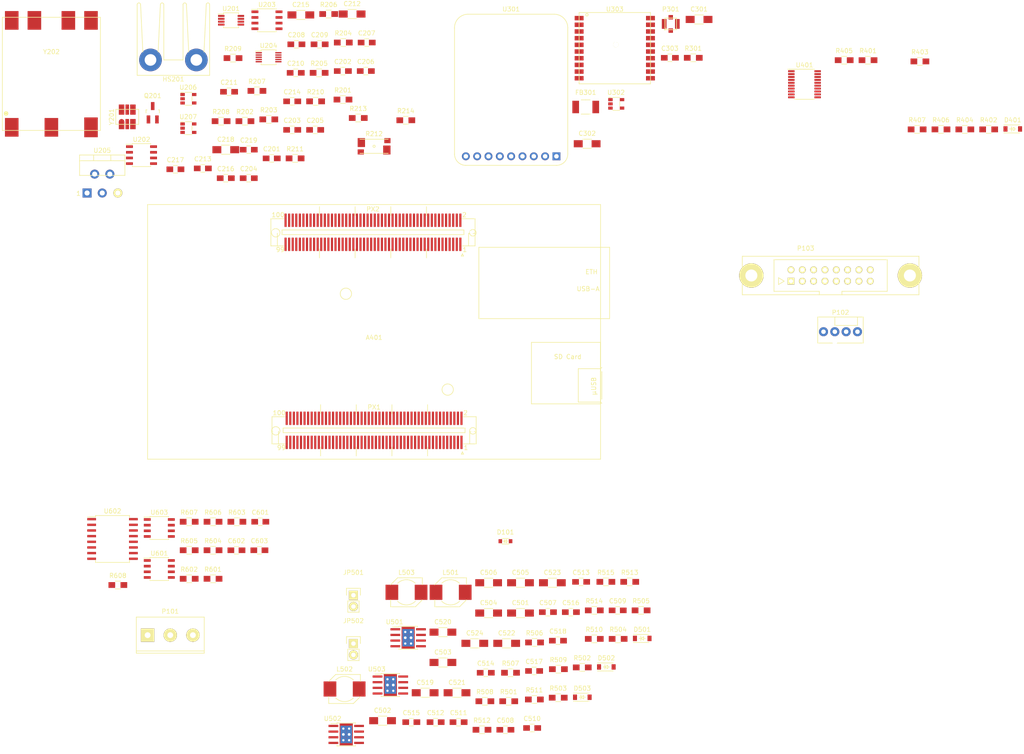
<source format=kicad_pcb>
(kicad_pcb (version 4) (host pcbnew "(2015-09-12 BZR 6188)-product")
  (layers (0 F.Cu signal) (31 B.Cu signal) (34 B.Paste user) (35 F.Paste user) (36 B.SilkS user) (37 F.SilkS user) (38 B.Mask user) (39 F.Mask user) (44 Edge.Cuts user))
  (net 0 "")
  (net 1 VXO)
  (net 2 GND)
  (net 3 VCC)
  (net 4 "Net-(C203-Pad1)")
  (net 5 VIN)
  (net 6 "Net-(C211-Pad1)")
  (net 7 "Net-(C302-Pad1)")
  (net 8 /power/Vbst5)
  (net 9 /power/SW5)
  (net 10 /power/Vbst3.3)
  (net 11 /power/SW3.3)
  (net 12 /power/Vbst3.0)
  (net 13 /power/SW3.0)
  (net 14 /power/Vreg5)
  (net 15 /power/Vreg3.3)
  (net 16 /power/Vreg3.0)
  (net 17 /power/Vfb5)
  (net 18 /power/Vfb3.3)
  (net 19 /power/+3.0V)
  (net 20 /power/Vfb3.0)
  (net 21 /microzed/OCXO_SDA)
  (net 22 /microzed/OCXO_SCL)
  (net 23 "Net-(R205-Pad2)")
  (net 24 "Net-(R207-Pad2)")
  (net 25 /microzed/10MHZ)
  (net 26 "Net-(R211-Pad2)")
  (net 27 /gps/ENA)
  (net 28 /microzed/FAN_TACH)
  (net 29 "Net-(D401-Pad1)")
  (net 30 /DISP0)
  (net 31 /microzed/BUF_SCLK)
  (net 32 /DISP1)
  (net 33 /microzed/BUF_BLANK)
  (net 34 /DISP2)
  (net 35 /microzed/BUF_LAT)
  (net 36 /DISP3)
  (net 37 /microzed/BUF_SIN)
  (net 38 /microzed/FAN_PWM)
  (net 39 "Net-(R406-Pad2)")
  (net 40 /power/+5V_ENA)
  (net 41 "Net-(JP501-Pad2)")
  (net 42 /microzed/+1.8V_PG)
  (net 43 "Net-(JP502-Pad2)")
  (net 44 /power/ENA_R5)
  (net 45 /power/ENA_R3.3)
  (net 46 /power/ENA_R3.0)
  (net 47 /microzed/+5V_PG)
  (net 48 /power/+3.0V_PG)
  (net 49 "Net-(R601-Pad1)")
  (net 50 "Net-(R602-Pad1)")
  (net 51 /microzed/RTC_SDA)
  (net 52 /microzed/RTC_SCL)
  (net 53 /microzed/TEMP_SCL)
  (net 54 /microzed/TEMP_SDA)
  (net 55 "Net-(R607-Pad2)")
  (net 56 "Net-(R608-Pad1)")
  (net 57 "Net-(P101-Pad1)")
  (net 58 "Net-(P301-Pad1)")
  (net 59 /microzed/GPS_TX)
  (net 60 /microzed/GPS_RX)
  (net 61 /ocxo/ENA)
  (net 62 /microzed/~DAC_CS~)
  (net 63 /microzed/DAC_SCLK)
  (net 64 /ocxo/DAC_SDI)
  (net 65 /gps/1PPS)
  (net 66 /gps/3DFIX)
  (net 67 "Net-(U205-Pad5)")
  (net 68 "Net-(U203-Pad6)")
  (net 69 "Net-(U206-Pad2)")
  (net 70 /rtctemp/BATTERY)
  (net 71 "Net-(U301-Pad8)")
  (net 72 "Net-(U301-Pad9)")
  (net 73 "Net-(U303-Pad6)")
  (net 74 "Net-(U303-Pad7)")
  (net 75 "Net-(U303-Pad14)")
  (net 76 "Net-(U303-Pad15)")
  (net 77 "Net-(U303-Pad16)")
  (net 78 "Net-(U303-Pad17)")
  (net 79 "Net-(U303-Pad18)")
  (net 80 "Net-(U303-Pad20)")
  (net 81 "Net-(FB301-Pad1)")
  (net 82 "Net-(U302-Pad4)")
  (net 83 "Net-(U401-Pad12)")
  (net 84 "Net-(U401-Pad13)")
  (net 85 "Net-(U401-Pad14)")
  (net 86 "Net-(U601-Pad5)")
  (net 87 "Net-(U601-Pad6)")
  (net 88 "Net-(U602-Pad1)")
  (net 89 "Net-(U602-Pad3)")
  (net 90 "Net-(U602-Pad4)")
  (net 91 "Net-(U602-Pad5)")
  (net 92 "Net-(U602-Pad6)")
  (net 93 "Net-(U602-Pad7)")
  (net 94 "Net-(U602-Pad8)")
  (net 95 "Net-(U602-Pad9)")
  (net 96 "Net-(U602-Pad10)")
  (net 97 "Net-(U602-Pad11)")
  (net 98 "Net-(U602-Pad12)")
  (net 99 "Net-(U603-Pad5)")
  (net 100 "Net-(U603-Pad6)")
  (net 101 "Net-(Y201-Pad5)")
  (net 102 "Net-(Y202-Pad6)")
  (net 103 "Net-(Y202-Pad5)")
  (net 104 "Net-(Y202-Pad2)")
  (net 105 "Net-(C206-Pad1)")
  (net 106 "Net-(C206-Pad2)")
  (net 107 "Net-(C210-Pad1)")
  (net 108 "Net-(C210-Pad2)")
  (net 109 "Net-(C212-Pad1)")
  (net 110 "Net-(R208-Pad1)")
  (net 111 "Net-(R209-Pad2)")
  (net 112 "Net-(R212-Pad4)")
  (net 113 "Net-(R212-Pad3)")
  (net 114 "Net-(R213-Pad2)")
  (net 115 "Net-(R214-Pad2)")
  (net 116 "Net-(PX1-Pad1)")
  (net 117 "Net-(PX1-Pad2)")
  (net 118 "Net-(PX1-Pad3)")
  (net 119 "Net-(PX1-Pad4)")
  (net 120 "Net-(PX1-Pad6)")
  (net 121 "Net-(PX1-Pad7)")
  (net 122 "Net-(PX1-Pad8)")
  (net 123 "Net-(PX1-Pad9)")
  (net 124 "Net-(PX1-Pad10)")
  (net 125 "Net-(PX1-Pad11)")
  (net 126 "Net-(PX1-Pad12)")
  (net 127 "Net-(PX1-Pad13)")
  (net 128 "Net-(PX1-Pad14)")
  (net 129 "Net-(PX1-Pad17)")
  (net 130 "Net-(PX1-Pad18)")
  (net 131 "Net-(PX1-Pad19)")
  (net 132 "Net-(PX1-Pad20)")
  (net 133 "Net-(PX1-Pad23)")
  (net 134 "Net-(PX1-Pad24)")
  (net 135 "Net-(PX1-Pad25)")
  (net 136 "Net-(PX1-Pad26)")
  (net 137 "Net-(PX1-Pad29)")
  (net 138 "Net-(PX1-Pad30)")
  (net 139 "Net-(PX1-Pad31)")
  (net 140 "Net-(PX1-Pad32)")
  (net 141 "Net-(PX1-Pad35)")
  (net 142 "Net-(PX1-Pad36)")
  (net 143 "Net-(PX1-Pad37)")
  (net 144 "Net-(PX1-Pad38)")
  (net 145 "Net-(PX1-Pad42)")
  (net 146 "Net-(PX1-Pad43)")
  (net 147 "Net-(PX1-Pad44)")
  (net 148 "Net-(PX1-Pad47)")
  (net 149 "Net-(PX1-Pad48)")
  (net 150 "Net-(PX1-Pad49)")
  (net 151 "Net-(PX1-Pad50)")
  (net 152 "Net-(PX1-Pad53)")
  (net 153 "Net-(PX1-Pad54)")
  (net 154 "Net-(PX1-Pad55)")
  (net 155 "Net-(PX1-Pad56)")
  (net 156 "Net-(PX1-Pad61)")
  (net 157 "Net-(PX1-Pad62)")
  (net 158 "Net-(PX1-Pad63)")
  (net 159 "Net-(PX1-Pad64)")
  (net 160 "Net-(PX1-Pad67)")
  (net 161 "Net-(PX1-Pad68)")
  (net 162 "Net-(PX1-Pad69)")
  (net 163 "Net-(PX1-Pad70)")
  (net 164 "Net-(PX1-Pad74)")
  (net 165 "Net-(PX1-Pad76)")
  (net 166 "Net-(PX1-Pad82)")
  (net 167 "Net-(PX1-Pad84)")
  (net 168 "Net-(PX1-Pad87)")
  (net 169 "Net-(PX1-Pad88)")
  (net 170 "Net-(PX1-Pad89)")
  (net 171 "Net-(PX1-Pad90)")
  (net 172 "Net-(PX1-Pad91)")
  (net 173 "Net-(PX1-Pad92)")
  (net 174 "Net-(PX1-Pad93)")
  (net 175 "Net-(PX1-Pad94)")
  (net 176 "Net-(PX1-Pad97)")
  (net 177 "Net-(PX1-Pad98)")
  (net 178 "Net-(PX1-Pad99)")
  (net 179 "Net-(PX1-Pad100)")
  (net 180 "Net-(PX2-Pad1)")
  (net 181 "Net-(PX2-Pad2)")
  (net 182 "Net-(PX2-Pad3)")
  (net 183 "Net-(PX2-Pad4)")
  (net 184 "Net-(PX2-Pad5)")
  (net 185 "Net-(PX2-Pad6)")
  (net 186 "Net-(PX2-Pad7)")
  (net 187 "Net-(PX2-Pad8)")
  (net 188 "Net-(PX2-Pad9)")
  (net 189 "Net-(PX2-Pad13)")
  (net 190 "Net-(PX2-Pad14)")
  (net 191 "Net-(PX2-Pad17)")
  (net 192 "Net-(PX2-Pad19)")
  (net 193 "Net-(PX2-Pad23)")
  (net 194 "Net-(PX2-Pad25)")
  (net 195 "Net-(PX2-Pad26)")
  (net 196 "Net-(PX2-Pad29)")
  (net 197 "Net-(PX2-Pad31)")
  (net 198 "Net-(PX2-Pad35)")
  (net 199 "Net-(PX2-Pad37)")
  (net 200 "Net-(PX2-Pad38)")
  (net 201 "Net-(PX2-Pad41)")
  (net 202 "Net-(PX2-Pad42)")
  (net 203 "Net-(PX2-Pad43)")
  (net 204 "Net-(PX2-Pad44)")
  (net 205 "Net-(PX2-Pad47)")
  (net 206 "Net-(PX2-Pad49)")
  (net 207 "Net-(PX2-Pad50)")
  (net 208 "Net-(PX2-Pad53)")
  (net 209 "Net-(PX2-Pad55)")
  (net 210 "Net-(PX2-Pad61)")
  (net 211 "Net-(PX2-Pad63)")
  (net 212 "Net-(PX2-Pad67)")
  (net 213 "Net-(PX2-Pad69)")
  (net 214 "Net-(PX2-Pad70)")
  (net 215 "Net-(PX2-Pad73)")
  (net 216 "Net-(PX2-Pad74)")
  (net 217 "Net-(PX2-Pad75)")
  (net 218 "Net-(PX2-Pad76)")
  (net 219 "Net-(PX2-Pad81)")
  (net 220 "Net-(PX2-Pad82)")
  (net 221 "Net-(PX2-Pad83)")
  (net 222 "Net-(PX2-Pad84)")
  (net 223 "Net-(PX2-Pad87)")
  (net 224 "Net-(PX2-Pad88)")
  (net 225 "Net-(PX2-Pad89)")
  (net 226 "Net-(PX2-Pad90)")
  (net 227 "Net-(PX2-Pad93)")
  (net 228 "Net-(PX2-Pad94)")
  (net 229 "Net-(PX2-Pad95)")
  (net 230 "Net-(PX2-Pad96)")
  (net 231 "Net-(PX2-Pad97)")
  (net 232 "Net-(PX2-Pad99)")
  (net 233 "Net-(PX2-Pad100)")
  (module Capacitors_SMD:C_0805_HandSoldering (layer F.Cu) (at 83.455001 59.355)
    (fp_text reference C201 (at 0 -2.1) (layer F.SilkS))
    (fp_text value 0.1uF)
    (pad 1 smd rect (at -1.25 0) (size 1.5 1.25) (layers F.Cu F.Paste F.Mask) (net 1 VXO))
    (pad 2 smd rect (at 1.25 0) (size 1.5 1.25) (layers F.Cu F.Paste F.Mask) (net 2 GND))
  )
  (module Capacitors_SMD:C_0805_HandSoldering (layer F.Cu) (at 99.415001 39.755)
    (fp_text reference C202 (at 0 -2.1) (layer F.SilkS))
    (fp_text value 0.1uF)
    (pad 1 smd rect (at -1.25 0) (size 1.5 1.25) (layers F.Cu F.Paste F.Mask) (net 3 VCC))
    (pad 2 smd rect (at 1.25 0) (size 1.5 1.25) (layers F.Cu F.Paste F.Mask) (net 2 GND))
  )
  (module Capacitors_SMD:C_0805_HandSoldering (layer F.Cu) (at 88.055001 52.955)
    (fp_text reference C203 (at 0 -2.1) (layer F.SilkS))
    (fp_text value 0.1uF)
    (pad 1 smd rect (at -1.25 0) (size 1.5 1.25) (layers F.Cu F.Paste F.Mask) (net 4 "Net-(C203-Pad1)"))
    (pad 2 smd rect (at 1.25 0) (size 1.5 1.25) (layers F.Cu F.Paste F.Mask) (net 2 GND))
  )
  (module Capacitors_SMD:C_0805_HandSoldering (layer F.Cu) (at 78.305001 63.805)
    (fp_text reference C204 (at 0 -2.1) (layer F.SilkS))
    (fp_text value 0.1uF)
    (pad 1 smd rect (at -1.25 0) (size 1.5 1.25) (layers F.Cu F.Paste F.Mask) (net 5 VIN))
    (pad 2 smd rect (at 1.25 0) (size 1.5 1.25) (layers F.Cu F.Paste F.Mask) (net 2 GND))
  )
  (module Capacitors_SMD:C_0805_HandSoldering (layer F.Cu) (at 93.205001 52.955)
    (fp_text reference C205 (at 0 -2.1) (layer F.SilkS))
    (fp_text value 0.1uF)
    (pad 1 smd rect (at -1.25 0) (size 1.5 1.25) (layers F.Cu F.Paste F.Mask) (net 1 VXO))
    (pad 2 smd rect (at 1.25 0) (size 1.5 1.25) (layers F.Cu F.Paste F.Mask) (net 2 GND))
  )
  (module Capacitors_SMD:C_0805_HandSoldering (layer F.Cu) (at 104.565001 39.755)
    (fp_text reference C206 (at 0 -2.1) (layer F.SilkS))
    (fp_text value 0.1uF)
    (pad 1 smd rect (at -1.25 0) (size 1.5 1.25) (layers F.Cu F.Paste F.Mask) (net 105 "Net-(C206-Pad1)"))
    (pad 2 smd rect (at 1.25 0) (size 1.5 1.25) (layers F.Cu F.Paste F.Mask) (net 106 "Net-(C206-Pad2)"))
  )
  (module Capacitors_SMD:C_0805_HandSoldering (layer F.Cu) (at 104.765001 33.355)
    (fp_text reference C207 (at 0 -2.1) (layer F.SilkS))
    (fp_text value 0.1uF)
    (pad 1 smd rect (at -1.25 0) (size 1.5 1.25) (layers F.Cu F.Paste F.Mask) (net 106 "Net-(C206-Pad2)"))
    (pad 2 smd rect (at 1.25 0) (size 1.5 1.25) (layers F.Cu F.Paste F.Mask) (net 2 GND))
  )
  (module Capacitors_SMD:C_0805_HandSoldering (layer F.Cu) (at 88.995001 33.755)
    (fp_text reference C208 (at 0 -2.1) (layer F.SilkS))
    (fp_text value 0.1uF)
    (pad 1 smd rect (at -1.25 0) (size 1.5 1.25) (layers F.Cu F.Paste F.Mask) (net 5 VIN))
    (pad 2 smd rect (at 1.25 0) (size 1.5 1.25) (layers F.Cu F.Paste F.Mask) (net 2 GND))
  )
  (module Capacitors_SMD:C_0805_HandSoldering (layer F.Cu) (at 94.204524 33.755)
    (fp_text reference C209 (at 0 -2.1) (layer F.SilkS))
    (fp_text value 0.1uF)
    (pad 1 smd rect (at -1.25 0) (size 1.5 1.25) (layers F.Cu F.Paste F.Mask) (net 1 VXO))
    (pad 2 smd rect (at 1.25 0) (size 1.5 1.25) (layers F.Cu F.Paste F.Mask) (net 2 GND))
  )
  (module Capacitors_SMD:C_0805_HandSoldering (layer F.Cu) (at 88.845001 40.155)
    (fp_text reference C210 (at 0 -2.1) (layer F.SilkS))
    (fp_text value 470pF)
    (pad 1 smd rect (at -1.25 0) (size 1.5 1.25) (layers F.Cu F.Paste F.Mask) (net 107 "Net-(C210-Pad1)"))
    (pad 2 smd rect (at 1.25 0) (size 1.5 1.25) (layers F.Cu F.Paste F.Mask) (net 108 "Net-(C210-Pad2)"))
  )
  (module Capacitors_SMD:C_0805_HandSoldering (layer F.Cu) (at 68.005001 61.605)
    (fp_text reference C213 (at 0 -2.1) (layer F.SilkS))
    (fp_text value 0.1uF)
    (pad 1 smd rect (at -1.25 0) (size 1.5 1.25) (layers F.Cu F.Paste F.Mask) (net 1 VXO))
    (pad 2 smd rect (at 1.25 0) (size 1.5 1.25) (layers F.Cu F.Paste F.Mask) (net 2 GND))
  )
  (module Capacitors_SMD:C_0805_HandSoldering (layer F.Cu) (at 88.055001 46.555)
    (fp_text reference C214 (at 0 -2.1) (layer F.SilkS))
    (fp_text value 0.1uF)
    (pad 1 smd rect (at -1.25 0) (size 1.5 1.25) (layers F.Cu F.Paste F.Mask) (net 109 "Net-(C212-Pad1)"))
    (pad 2 smd rect (at 1.25 0) (size 1.5 1.25) (layers F.Cu F.Paste F.Mask) (net 2 GND))
  )
  (module Capacitors_SMD:C_1206_HandSoldering (layer F.Cu) (at 89.995001 27.155)
    (fp_text reference C215 (at 0 -2.3) (layer F.SilkS))
    (fp_text value 10uF)
    (pad 1 smd rect (at -2 0) (size 2 1.6) (layers F.Cu F.Paste F.Mask) (net 1 VXO))
    (pad 2 smd rect (at 2 0) (size 2 1.6) (layers F.Cu F.Paste F.Mask) (net 2 GND))
  )
  (module Capacitors_SMD:C_0805_HandSoldering (layer F.Cu) (at 73.155001 63.805)
    (fp_text reference C216 (at 0 -2.1) (layer F.SilkS))
    (fp_text value 0.1uF)
    (pad 1 smd rect (at -1.25 0) (size 1.5 1.25) (layers F.Cu F.Paste F.Mask) (net 1 VXO))
    (pad 2 smd rect (at 1.25 0) (size 1.5 1.25) (layers F.Cu F.Paste F.Mask) (net 2 GND))
  )
  (module Capacitors_SMD:C_0805_HandSoldering (layer F.Cu) (at 78.305001 57.405)
    (fp_text reference C219 (at 0 -2.1) (layer F.SilkS))
    (fp_text value 0.1uF)
    (pad 1 smd rect (at -1.25 0) (size 1.5 1.25) (layers F.Cu F.Paste F.Mask) (net 3 VCC))
    (pad 2 smd rect (at 1.25 0) (size 1.5 1.25) (layers F.Cu F.Paste F.Mask) (net 2 GND))
  )
  (module Capacitors_SMD:C_1206_HandSoldering (layer F.Cu) (at 179.317001 28.171)
    (fp_text reference C301 (at 0 -2.3) (layer F.SilkS))
    (fp_text value 10uF)
    (pad 1 smd rect (at -2 0) (size 2 1.6) (layers F.Cu F.Paste F.Mask) (net 5 VIN))
    (pad 2 smd rect (at 2 0) (size 2 1.6) (layers F.Cu F.Paste F.Mask) (net 2 GND))
  )
  (module Capacitors_SMD:C_1206_HandSoldering (layer F.Cu) (at 154.217001 56.071)
    (fp_text reference C302 (at 0 -2.3) (layer F.SilkS))
    (fp_text value 10uF)
    (pad 1 smd rect (at -2 0) (size 2 1.6) (layers F.Cu F.Paste F.Mask) (net 7 "Net-(C302-Pad1)"))
    (pad 2 smd rect (at 2 0) (size 2 1.6) (layers F.Cu F.Paste F.Mask) (net 2 GND))
  )
  (module Capacitors_SMD:C_0805_HandSoldering (layer F.Cu) (at 172.767001 36.781)
    (fp_text reference C303 (at 0 -2.1) (layer F.SilkS))
    (fp_text value 0.1uF)
    (pad 1 smd rect (at -1.25 0) (size 1.5 1.25) (layers F.Cu F.Paste F.Mask) (net 7 "Net-(C302-Pad1)"))
    (pad 2 smd rect (at 1.25 0) (size 1.5 1.25) (layers F.Cu F.Paste F.Mask) (net 2 GND))
  )
  (module Capacitors_SMD:C_1206_HandSoldering (layer F.Cu) (at 139.265001 161.409)
    (fp_text reference C501 (at 0 -2.3) (layer F.SilkS))
    (fp_text value 10uF)
    (pad 1 smd rect (at -2 0) (size 2 1.6) (layers F.Cu F.Paste F.Mask) (net 5 VIN))
    (pad 2 smd rect (at 2 0) (size 2 1.6) (layers F.Cu F.Paste F.Mask) (net 2 GND))
  )
  (module Capacitors_SMD:C_1206_HandSoldering (layer F.Cu) (at 108.325001 185.569)
    (fp_text reference C502 (at 0 -2.3) (layer F.SilkS))
    (fp_text value 10uF)
    (pad 1 smd rect (at -2 0) (size 2 1.6) (layers F.Cu F.Paste F.Mask) (net 5 VIN))
    (pad 2 smd rect (at 2 0) (size 2 1.6) (layers F.Cu F.Paste F.Mask) (net 2 GND))
  )
  (module Capacitors_SMD:C_1206_HandSoldering (layer F.Cu) (at 121.865001 172.499)
    (fp_text reference C503 (at 0 -2.3) (layer F.SilkS))
    (fp_text value 10uF)
    (pad 1 smd rect (at -2 0) (size 2 1.6) (layers F.Cu F.Paste F.Mask) (net 5 VIN))
    (pad 2 smd rect (at 2 0) (size 2 1.6) (layers F.Cu F.Paste F.Mask) (net 2 GND))
  )
  (module Capacitors_SMD:C_1206_HandSoldering (layer F.Cu) (at 132.115001 161.409)
    (fp_text reference C504 (at 0 -2.3) (layer F.SilkS))
    (fp_text value 10uF)
    (pad 1 smd rect (at -2 0) (size 2 1.6) (layers F.Cu F.Paste F.Mask) (net 5 VIN))
    (pad 2 smd rect (at 2 0) (size 2 1.6) (layers F.Cu F.Paste F.Mask) (net 2 GND))
  )
  (module Capacitors_SMD:C_1206_HandSoldering (layer F.Cu) (at 139.265001 154.609)
    (fp_text reference C505 (at 0 -2.3) (layer F.SilkS))
    (fp_text value 10uF)
    (pad 1 smd rect (at -2 0) (size 2 1.6) (layers F.Cu F.Paste F.Mask) (net 5 VIN))
    (pad 2 smd rect (at 2 0) (size 2 1.6) (layers F.Cu F.Paste F.Mask) (net 2 GND))
  )
  (module Capacitors_SMD:C_1206_HandSoldering (layer F.Cu) (at 132.115001 154.609)
    (fp_text reference C506 (at 0 -2.3) (layer F.SilkS))
    (fp_text value 10uF)
    (pad 1 smd rect (at -2 0) (size 2 1.6) (layers F.Cu F.Paste F.Mask) (net 5 VIN))
    (pad 2 smd rect (at 2 0) (size 2 1.6) (layers F.Cu F.Paste F.Mask) (net 2 GND))
  )
  (module Capacitors_SMD:C_0805_HandSoldering (layer F.Cu) (at 145.415001 161.209)
    (fp_text reference C507 (at 0 -2.1) (layer F.SilkS))
    (fp_text value 0.1uF)
    (pad 1 smd rect (at -1.25 0) (size 1.5 1.25) (layers F.Cu F.Paste F.Mask) (net 5 VIN))
    (pad 2 smd rect (at 1.25 0) (size 1.5 1.25) (layers F.Cu F.Paste F.Mask) (net 2 GND))
  )
  (module Capacitors_SMD:C_0805_HandSoldering (layer F.Cu) (at 135.875001 187.609)
    (fp_text reference C508 (at 0 -2.1) (layer F.SilkS))
    (fp_text value 0.1uF)
    (pad 1 smd rect (at -1.25 0) (size 1.5 1.25) (layers F.Cu F.Paste F.Mask) (net 5 VIN))
    (pad 2 smd rect (at 1.25 0) (size 1.5 1.25) (layers F.Cu F.Paste F.Mask) (net 2 GND))
  )
  (module Capacitors_SMD:C_0805_HandSoldering (layer F.Cu) (at 161.065001 160.809)
    (fp_text reference C509 (at 0 -2.1) (layer F.SilkS))
    (fp_text value 0.1uF)
    (pad 1 smd rect (at -1.25 0) (size 1.5 1.25) (layers F.Cu F.Paste F.Mask) (net 5 VIN))
    (pad 2 smd rect (at 1.25 0) (size 1.5 1.25) (layers F.Cu F.Paste F.Mask) (net 2 GND))
  )
  (module Capacitors_SMD:C_0805_HandSoldering (layer F.Cu) (at 141.875001 187.209)
    (fp_text reference C510 (at 0 -2.1) (layer F.SilkS))
    (fp_text value 0.1uF)
    (pad 1 smd rect (at -1.25 0) (size 1.5 1.25) (layers F.Cu F.Paste F.Mask) (net 8 /power/Vbst5))
    (pad 2 smd rect (at 1.25 0) (size 1.5 1.25) (layers F.Cu F.Paste F.Mask) (net 9 /power/SW5))
  )
  (module Capacitors_SMD:C_0805_HandSoldering (layer F.Cu) (at 125.375001 185.899)
    (fp_text reference C511 (at 0 -2.1) (layer F.SilkS))
    (fp_text value 0.1uF)
    (pad 1 smd rect (at -1.25 0) (size 1.5 1.25) (layers F.Cu F.Paste F.Mask) (net 10 /power/Vbst3.3))
    (pad 2 smd rect (at 1.25 0) (size 1.5 1.25) (layers F.Cu F.Paste F.Mask) (net 11 /power/SW3.3))
  )
  (module Capacitors_SMD:C_0805_HandSoldering (layer F.Cu) (at 120.225001 185.899)
    (fp_text reference C512 (at 0 -2.1) (layer F.SilkS))
    (fp_text value 0.1uF)
    (pad 1 smd rect (at -1.25 0) (size 1.5 1.25) (layers F.Cu F.Paste F.Mask) (net 12 /power/Vbst3.0))
    (pad 2 smd rect (at 1.25 0) (size 1.5 1.25) (layers F.Cu F.Paste F.Mask) (net 13 /power/SW3.0))
  )
  (module Capacitors_SMD:C_0805_HandSoldering (layer F.Cu) (at 152.862619 154.409)
    (fp_text reference C513 (at 0 -2.1) (layer F.SilkS))
    (fp_text value 0.47uF)
    (pad 1 smd rect (at -1.25 0) (size 1.5 1.25) (layers F.Cu F.Paste F.Mask) (net 14 /power/Vreg5))
    (pad 2 smd rect (at 1.25 0) (size 1.5 1.25) (layers F.Cu F.Paste F.Mask) (net 2 GND))
  )
  (module Capacitors_SMD:C_0805_HandSoldering (layer F.Cu) (at 131.472619 174.809)
    (fp_text reference C514 (at 0 -2.1) (layer F.SilkS))
    (fp_text value 0.47uF)
    (pad 1 smd rect (at -1.25 0) (size 1.5 1.25) (layers F.Cu F.Paste F.Mask) (net 15 /power/Vreg3.3))
    (pad 2 smd rect (at 1.25 0) (size 1.5 1.25) (layers F.Cu F.Paste F.Mask) (net 2 GND))
  )
  (module Capacitors_SMD:C_0805_HandSoldering (layer F.Cu) (at 114.772619 185.899)
    (fp_text reference C515 (at 0 -2.1) (layer F.SilkS))
    (fp_text value 0.47uF)
    (pad 1 smd rect (at -1.25 0) (size 1.5 1.25) (layers F.Cu F.Paste F.Mask) (net 16 /power/Vreg3.0))
    (pad 2 smd rect (at 1.25 0) (size 1.5 1.25) (layers F.Cu F.Paste F.Mask) (net 2 GND))
  )
  (module Capacitors_SMD:C_0805_HandSoldering (layer F.Cu) (at 150.565001 161.209)
    (fp_text reference C516 (at 0 -2.1) (layer F.SilkS))
    (fp_text value 47pF)
    (pad 1 smd rect (at -1.25 0) (size 1.5 1.25) (layers F.Cu F.Paste F.Mask) (net 5 VIN))
    (pad 2 smd rect (at 1.25 0) (size 1.5 1.25) (layers F.Cu F.Paste F.Mask) (net 17 /power/Vfb5))
  )
  (module Capacitors_SMD:C_0805_HandSoldering (layer F.Cu) (at 142.315001 174.409)
    (fp_text reference C517 (at 0 -2.1) (layer F.SilkS))
    (fp_text value 47pF)
    (pad 1 smd rect (at -1.25 0) (size 1.5 1.25) (layers F.Cu F.Paste F.Mask) (net 3 VCC))
    (pad 2 smd rect (at 1.25 0) (size 1.5 1.25) (layers F.Cu F.Paste F.Mask) (net 18 /power/Vfb3.3))
  )
  (module Capacitors_SMD:C_0805_HandSoldering (layer F.Cu) (at 147.665001 167.609)
    (fp_text reference C518 (at 0 -2.1) (layer F.SilkS))
    (fp_text value 47pF)
    (pad 1 smd rect (at -1.25 0) (size 1.5 1.25) (layers F.Cu F.Paste F.Mask) (net 19 /power/+3.0V))
    (pad 2 smd rect (at 1.25 0) (size 1.5 1.25) (layers F.Cu F.Paste F.Mask) (net 20 /power/Vfb3.0))
  )
  (module Capacitors_SMD:C_1206_HandSoldering (layer F.Cu) (at 117.875001 179.299)
    (fp_text reference C519 (at 0 -2.3) (layer F.SilkS))
    (fp_text value 22uF)
    (pad 1 smd rect (at -2 0) (size 2 1.6) (layers F.Cu F.Paste F.Mask) (net 5 VIN))
    (pad 2 smd rect (at 2 0) (size 2 1.6) (layers F.Cu F.Paste F.Mask) (net 2 GND))
  )
  (module Capacitors_SMD:C_1206_HandSoldering (layer F.Cu) (at 121.865001 165.699)
    (fp_text reference C520 (at 0 -2.3) (layer F.SilkS))
    (fp_text value 22uF)
    (pad 1 smd rect (at -2 0) (size 2 1.6) (layers F.Cu F.Paste F.Mask) (net 3 VCC))
    (pad 2 smd rect (at 2 0) (size 2 1.6) (layers F.Cu F.Paste F.Mask) (net 2 GND))
  )
  (module Capacitors_SMD:C_1206_HandSoldering (layer F.Cu) (at 125.025001 179.299)
    (fp_text reference C521 (at 0 -2.3) (layer F.SilkS))
    (fp_text value 22uF)
    (pad 1 smd rect (at -2 0) (size 2 1.6) (layers F.Cu F.Paste F.Mask) (net 19 /power/+3.0V))
    (pad 2 smd rect (at 2 0) (size 2 1.6) (layers F.Cu F.Paste F.Mask) (net 2 GND))
  )
  (module Capacitors_SMD:C_1206_HandSoldering (layer F.Cu) (at 136.165001 168.209)
    (fp_text reference C522 (at 0 -2.3) (layer F.SilkS))
    (fp_text value 22uF)
    (pad 1 smd rect (at -2 0) (size 2 1.6) (layers F.Cu F.Paste F.Mask) (net 5 VIN))
    (pad 2 smd rect (at 2 0) (size 2 1.6) (layers F.Cu F.Paste F.Mask) (net 2 GND))
  )
  (module Capacitors_SMD:C_1206_HandSoldering (layer F.Cu) (at 146.415001 154.609)
    (fp_text reference C523 (at 0 -2.3) (layer F.SilkS))
    (fp_text value 22uF)
    (pad 1 smd rect (at -2 0) (size 2 1.6) (layers F.Cu F.Paste F.Mask) (net 3 VCC))
    (pad 2 smd rect (at 2 0) (size 2 1.6) (layers F.Cu F.Paste F.Mask) (net 2 GND))
  )
  (module Capacitors_SMD:C_1206_HandSoldering (layer F.Cu) (at 129.015001 168.209)
    (fp_text reference C524 (at 0 -2.3) (layer F.SilkS))
    (fp_text value 22uF)
    (pad 1 smd rect (at -2 0) (size 2 1.6) (layers F.Cu F.Paste F.Mask) (net 19 /power/+3.0V))
    (pad 2 smd rect (at 2 0) (size 2 1.6) (layers F.Cu F.Paste F.Mask) (net 2 GND))
  )
  (module Capacitors_SMD:C_0805_HandSoldering (layer F.Cu) (at 80.897001 140.917)
    (fp_text reference C601 (at 0 -2.1) (layer F.SilkS))
    (fp_text value 0.1uF)
    (pad 1 smd rect (at -1.25 0) (size 1.5 1.25) (layers F.Cu F.Paste F.Mask) (net 3 VCC))
    (pad 2 smd rect (at 1.25 0) (size 1.5 1.25) (layers F.Cu F.Paste F.Mask) (net 2 GND))
  )
  (module Capacitors_SMD:C_0805_HandSoldering (layer F.Cu) (at 75.547001 147.317)
    (fp_text reference C602 (at 0 -2.1) (layer F.SilkS))
    (fp_text value 0.1uF)
    (pad 1 smd rect (at -1.25 0) (size 1.5 1.25) (layers F.Cu F.Paste F.Mask) (net 3 VCC))
    (pad 2 smd rect (at 1.25 0) (size 1.5 1.25) (layers F.Cu F.Paste F.Mask) (net 2 GND))
  )
  (module Capacitors_SMD:C_0805_HandSoldering (layer F.Cu) (at 80.697001 147.317)
    (fp_text reference C603 (at 0 -2.1) (layer F.SilkS))
    (fp_text value 0.1uF)
    (pad 1 smd rect (at -1.25 0) (size 1.5 1.25) (layers F.Cu F.Paste F.Mask) (net 3 VCC))
    (pad 2 smd rect (at 1.25 0) (size 1.5 1.25) (layers F.Cu F.Paste F.Mask) (net 2 GND))
  )
  (module local:Heatsink_581x (layer F.Cu) (at 61.413001 40.715001)
    (fp_text reference HS201 (at 0 0.8636) (layer F.SilkS))
    (fp_text value TO220_heatsink)
    (pad 2 thru_hole circle (at 5.1435 -3.4544) (size 5.08 5.08) (drill 2.6162) (layers *.Cu *.Mask) (net 2 GND))
    (pad 1 thru_hole circle (at -5.1435 -3.4544) (size 5.08 5.08) (drill 2.6162) (layers *.Cu *.Mask) (net 2 GND))
  )
  (module local:Choke_SMD_7.1x6.5_H3.0_HandSoldering (layer F.Cu) (at 123.59 156.754)
    (fp_text reference L501 (at 0 -4.445) (layer F.SilkS))
    (fp_text value 3.3uH)
    (pad 1 smd rect (at -3.275 0) (size 2.85 3.4) (layers F.Cu F.Paste F.Mask) (net 9 /power/SW5))
    (pad 2 smd rect (at 3.275 0) (size 2.85 3.4) (layers F.Cu F.Paste F.Mask) (net 5 VIN))
  )
  (module local:Choke_SMD_7.1x6.5_H3.0_HandSoldering (layer F.Cu) (at 99.8 178.454)
    (fp_text reference L502 (at 0 -4.445) (layer F.SilkS))
    (fp_text value 2.2uH)
    (pad 1 smd rect (at -3.275 0) (size 2.85 3.4) (layers F.Cu F.Paste F.Mask) (net 11 /power/SW3.3))
    (pad 2 smd rect (at 3.275 0) (size 2.85 3.4) (layers F.Cu F.Paste F.Mask) (net 3 VCC))
  )
  (module local:Choke_SMD_7.1x6.5_H3.0_HandSoldering (layer F.Cu) (at 113.69 156.754)
    (fp_text reference L503 (at 0 -4.445) (layer F.SilkS))
    (fp_text value 2.2uH)
    (pad 1 smd rect (at -3.275 0) (size 2.85 3.4) (layers F.Cu F.Paste F.Mask) (net 13 /power/SW3.0))
    (pad 2 smd rect (at 3.275 0) (size 2.85 3.4) (layers F.Cu F.Paste F.Mask) (net 19 /power/+3.0V))
  )
  (module local:Terminal_Block_1x03 (layer F.Cu) (at 60.706 166.37)
    (fp_text reference P101 (at 0 -5.334) (layer F.SilkS))
    (fp_text value CONN_01X03)
    (pad 1 thru_hole rect (at -5.08 0) (size 3 3) (drill 1.3) (layers *.Cu *.Mask F.SilkS) (net 57 "Net-(P101-Pad1)"))
    (pad 2 thru_hole circle (at 0 0) (size 3 3) (drill 1.3) (layers *.Cu *.Mask F.SilkS) (net 2 GND))
    (pad 3 thru_hole circle (at 5.08 0) (size 3 3) (drill 1.3) (layers *.Cu *.Mask F.SilkS) (net 5 VIN))
  )
  (module local:CONN_47053 (layer F.Cu) (at 211.040143 98.265)
    (fp_text reference P102 (at 0 -4.318) (layer F.SilkS))
    (fp_text value CONN_FAN_PWM)
    (pad 4 thru_hole circle (at -3.81 0) (size 2.04 2.04) (drill 1.02) (layers *.Cu *.Mask) (net 38 /microzed/FAN_PWM))
    (pad 3 thru_hole circle (at -1.27 0) (size 2.04 2.04) (drill 1.02) (layers *.Cu *.Mask) (net 28 /microzed/FAN_TACH))
    (pad 1 thru_hole circle (at 3.81 0) (size 2.04 2.04) (drill 1.02) (layers *.Cu *.Mask) (net 2 GND))
    (pad 2 thru_hole circle (at 1.27 0) (size 2.04 2.04) (drill 1.02) (layers *.Cu *.Mask) (net 5 VIN))
    (pad "" np_thru_hole circle (at -1.27 2.16) (size 1.25 1.25) (drill 1.25) (layers *.Cu *.Mask))
  )
  (module local:MCRF_73412 (layer F.Cu) (at 172.967001 29.173)
    (fp_text reference P301 (at 0 -3.302) (layer F.SilkS))
    (fp_text value MCRF)
    (pad 2 smd rect (at 1.475 0) (size 1.05 2.2) (layers F.Cu F.Paste F.Mask) (net 2 GND))
    (pad 2 smd rect (at -1.475 0) (size 1.05 2.2) (layers F.Cu F.Paste F.Mask) (net 2 GND))
    (pad 2 smd rect (at 0 -1.5) (size 1 1) (layers F.Cu F.Paste F.Mask) (net 2 GND))
    (pad 1 smd rect (at 0 1.5) (size 1 1) (layers F.Cu F.Paste F.Mask) (net 58 "Net-(P301-Pad1)"))
  )
  (module Resistors_SMD:R_0805_HandSoldering (layer F.Cu) (at 99.445001 46.155)
    (fp_text reference R201 (at 0 -2.1) (layer F.SilkS))
    (fp_text value 1K)
    (pad 1 smd rect (at -1.35 0) (size 1.5 1.3) (layers F.Cu F.Paste F.Mask) (net 3 VCC))
    (pad 2 smd rect (at 1.35 0) (size 1.5 1.3) (layers F.Cu F.Paste F.Mask) (net 21 /microzed/OCXO_SDA))
  )
  (module Resistors_SMD:R_0805_HandSoldering (layer F.Cu) (at 77.455001 51.005)
    (fp_text reference R202 (at 0 -2.1) (layer F.SilkS))
    (fp_text value 1K)
    (pad 1 smd rect (at -1.35 0) (size 1.5 1.3) (layers F.Cu F.Paste F.Mask) (net 3 VCC))
    (pad 2 smd rect (at 1.35 0) (size 1.5 1.3) (layers F.Cu F.Paste F.Mask) (net 22 /microzed/OCXO_SCL))
  )
  (module Resistors_SMD:R_0805_HandSoldering (layer F.Cu) (at 82.805001 50.605)
    (fp_text reference R203 (at 0 -2.1) (layer F.SilkS))
    (fp_text value 10K)
    (pad 1 smd rect (at -1.35 0) (size 1.5 1.3) (layers F.Cu F.Paste F.Mask) (net 1 VXO))
    (pad 2 smd rect (at 1.35 0) (size 1.5 1.3) (layers F.Cu F.Paste F.Mask) (net 4 "Net-(C203-Pad1)"))
  )
  (module Resistors_SMD:R_0805_HandSoldering (layer F.Cu) (at 99.515001 33.355)
    (fp_text reference R204 (at 0 -2.1) (layer F.SilkS))
    (fp_text value 10K)
    (pad 1 smd rect (at -1.35 0) (size 1.5 1.3) (layers F.Cu F.Paste F.Mask) (net 4 "Net-(C203-Pad1)"))
    (pad 2 smd rect (at 1.35 0) (size 1.5 1.3) (layers F.Cu F.Paste F.Mask) (net 2 GND))
  )
  (module Resistors_SMD:R_0805_HandSoldering (layer F.Cu) (at 94.095001 40.155)
    (fp_text reference R205 (at 0 -2.1) (layer F.SilkS))
    (fp_text value 100K)
    (pad 1 smd rect (at -1.35 0) (size 1.5 1.3) (layers F.Cu F.Paste F.Mask) (net 5 VIN))
    (pad 2 smd rect (at 1.35 0) (size 1.5 1.3) (layers F.Cu F.Paste F.Mask) (net 23 "Net-(R205-Pad2)"))
  )
  (module Resistors_SMD:R_0805_HandSoldering (layer F.Cu) (at 96.245001 26.955)
    (fp_text reference R206 (at 0 -2.1) (layer F.SilkS))
    (fp_text value 100K)
    (pad 1 smd rect (at -1.35 0) (size 1.5 1.3) (layers F.Cu F.Paste F.Mask) (net 61 /ocxo/ENA))
    (pad 2 smd rect (at 1.35 0) (size 1.5 1.3) (layers F.Cu F.Paste F.Mask) (net 3 VCC))
  )
  (module Resistors_SMD:R_0805_HandSoldering (layer F.Cu) (at 80.145001 44.205)
    (fp_text reference R207 (at 0 -2.1) (layer F.SilkS))
    (fp_text value 1K)
    (pad 1 smd rect (at -1.35 0) (size 1.5 1.3) (layers F.Cu F.Paste F.Mask) (net 5 VIN))
    (pad 2 smd rect (at 1.35 0) (size 1.5 1.3) (layers F.Cu F.Paste F.Mask) (net 24 "Net-(R207-Pad2)"))
  )
  (module Resistors_SMD:R_0805_HandSoldering (layer F.Cu) (at 72.105001 51.005)
    (fp_text reference R208 (at 0 -2.1) (layer F.SilkS))
    (fp_text value 100K)
    (pad 1 smd rect (at -1.35 0) (size 1.5 1.3) (layers F.Cu F.Paste F.Mask) (net 110 "Net-(R208-Pad1)"))
    (pad 2 smd rect (at 1.35 0) (size 1.5 1.3) (layers F.Cu F.Paste F.Mask) (net 105 "Net-(C206-Pad1)"))
  )
  (module Resistors_SMD:R_0805_HandSoldering (layer F.Cu) (at 93.305001 46.555)
    (fp_text reference R210 (at 0 -2.1) (layer F.SilkS))
    (fp_text value 100K)
    (pad 1 smd rect (at -1.35 0) (size 1.5 1.3) (layers F.Cu F.Paste F.Mask) (net 111 "Net-(R209-Pad2)"))
    (pad 2 smd rect (at 1.35 0) (size 1.5 1.3) (layers F.Cu F.Paste F.Mask) (net 106 "Net-(C206-Pad2)"))
  )
  (module Resistors_SMD:R_0805_HandSoldering (layer F.Cu) (at 88.705001 59.355)
    (fp_text reference R211 (at 0 -2.1) (layer F.SilkS))
    (fp_text value 1K)
    (pad 1 smd rect (at -1.35 0) (size 1.5 1.3) (layers F.Cu F.Paste F.Mask) (net 5 VIN))
    (pad 2 smd rect (at 1.35 0) (size 1.5 1.3) (layers F.Cu F.Paste F.Mask) (net 26 "Net-(R211-Pad2)"))
  )
  (module Resistors_SMD:R_0805_HandSoldering (layer F.Cu) (at 178.017001 36.781)
    (fp_text reference R301 (at 0 -2.1) (layer F.SilkS))
    (fp_text value 10K)
    (pad 1 smd rect (at -1.35 0) (size 1.5 1.3) (layers F.Cu F.Paste F.Mask) (net 3 VCC))
    (pad 2 smd rect (at 1.35 0) (size 1.5 1.3) (layers F.Cu F.Paste F.Mask) (net 27 /gps/ENA))
  )
  (module Resistors_SMD:R_0805_HandSoldering (layer F.Cu) (at 217.217001 37.315)
    (fp_text reference R401 (at 0 -2.1) (layer F.SilkS))
    (fp_text value 10.0K)
    (pad 1 smd rect (at -1.35 0) (size 1.5 1.3) (layers F.Cu F.Paste F.Mask) (net 28 /microzed/FAN_TACH))
    (pad 2 smd rect (at 1.35 0) (size 1.5 1.3) (layers F.Cu F.Paste F.Mask) (net 29 "Net-(D401-Pad1)"))
  )
  (module Resistors_SMD:R_0805_HandSoldering (layer F.Cu) (at 244.281001 52.851)
    (fp_text reference R402 (at 0 -2.1) (layer F.SilkS))
    (fp_text value 0R)
    (pad 1 smd rect (at -1.35 0) (size 1.5 1.3) (layers F.Cu F.Paste F.Mask) (net 30 /DISP0))
    (pad 2 smd rect (at 1.35 0) (size 1.5 1.3) (layers F.Cu F.Paste F.Mask) (net 31 /microzed/BUF_SCLK))
  )
  (module Resistors_SMD:R_0805_HandSoldering (layer F.Cu) (at 228.854 37.592)
    (fp_text reference R403 (at 0 -2.1) (layer F.SilkS))
    (fp_text value 0R)
    (pad 1 smd rect (at -1.35 0) (size 1.5 1.3) (layers F.Cu F.Paste F.Mask) (net 32 /DISP1))
    (pad 2 smd rect (at 1.35 0) (size 1.5 1.3) (layers F.Cu F.Paste F.Mask) (net 33 /microzed/BUF_BLANK))
  )
  (module Resistors_SMD:R_0805_HandSoldering (layer F.Cu) (at 238.931001 52.851)
    (fp_text reference R404 (at 0 -2.1) (layer F.SilkS))
    (fp_text value 0R)
    (pad 1 smd rect (at -1.35 0) (size 1.5 1.3) (layers F.Cu F.Paste F.Mask) (net 34 /DISP2))
    (pad 2 smd rect (at 1.35 0) (size 1.5 1.3) (layers F.Cu F.Paste F.Mask) (net 35 /microzed/BUF_LAT))
  )
  (module Resistors_SMD:R_0805_HandSoldering (layer F.Cu) (at 211.867001 37.315)
    (fp_text reference R405 (at 0 -2.1) (layer F.SilkS))
    (fp_text value 0R)
    (pad 1 smd rect (at -1.35 0) (size 1.5 1.3) (layers F.Cu F.Paste F.Mask) (net 36 /DISP3))
    (pad 2 smd rect (at 1.35 0) (size 1.5 1.3) (layers F.Cu F.Paste F.Mask) (net 37 /microzed/BUF_SIN))
  )
  (module Resistors_SMD:R_0805_HandSoldering (layer F.Cu) (at 233.581001 52.851)
    (fp_text reference R406 (at 0 -2.1) (layer F.SilkS))
    (fp_text value 1.00K)
    (pad 1 smd rect (at -1.35 0) (size 1.5 1.3) (layers F.Cu F.Paste F.Mask) (net 38 /microzed/FAN_PWM))
    (pad 2 smd rect (at 1.35 0) (size 1.5 1.3) (layers F.Cu F.Paste F.Mask) (net 39 "Net-(R406-Pad2)"))
  )
  (module Resistors_SMD:R_0805_HandSoldering (layer F.Cu) (at 228.231001 52.851)
    (fp_text reference R407 (at 0 -2.1) (layer F.SilkS))
    (fp_text value 10.0K)
    (pad 1 smd rect (at -1.35 0) (size 1.5 1.3) (layers F.Cu F.Paste F.Mask) (net 3 VCC))
    (pad 2 smd rect (at 1.35 0) (size 1.5 1.3) (layers F.Cu F.Paste F.Mask) (net 28 /microzed/FAN_TACH))
  )
  (module Resistors_SMD:R_0805_HandSoldering (layer F.Cu) (at 136.625001 181.209)
    (fp_text reference R501 (at 0 -2.1) (layer F.SilkS))
    (fp_text value 100K)
    (pad 1 smd rect (at -1.35 0) (size 1.5 1.3) (layers F.Cu F.Paste F.Mask) (net 5 VIN))
    (pad 2 smd rect (at 1.35 0) (size 1.5 1.3) (layers F.Cu F.Paste F.Mask) (net 40 /power/+5V_ENA))
  )
  (module Resistors_SMD:R_0805_HandSoldering (layer F.Cu) (at 153.115001 173.609)
    (fp_text reference R502 (at 0 -2.1) (layer F.SilkS))
    (fp_text value 100K)
    (pad 1 smd rect (at -1.35 0) (size 1.5 1.3) (layers F.Cu F.Paste F.Mask) (net 41 "Net-(JP501-Pad2)"))
    (pad 2 smd rect (at 1.35 0) (size 1.5 1.3) (layers F.Cu F.Paste F.Mask) (net 42 /microzed/+1.8V_PG))
  )
  (module Resistors_SMD:R_0805_HandSoldering (layer F.Cu) (at 147.725001 180.409)
    (fp_text reference R503 (at 0 -2.1) (layer F.SilkS))
    (fp_text value 100K)
    (pad 1 smd rect (at -1.35 0) (size 1.5 1.3) (layers F.Cu F.Paste F.Mask) (net 43 "Net-(JP502-Pad2)"))
    (pad 2 smd rect (at 1.35 0) (size 1.5 1.3) (layers F.Cu F.Paste F.Mask) (net 42 /microzed/+1.8V_PG))
  )
  (module Resistors_SMD:R_0805_HandSoldering (layer F.Cu) (at 161.165001 167.209)
    (fp_text reference R504 (at 0 -2.1) (layer F.SilkS))
    (fp_text value 10K)
    (pad 1 smd rect (at -1.35 0) (size 1.5 1.3) (layers F.Cu F.Paste F.Mask) (net 44 /power/ENA_R5))
    (pad 2 smd rect (at 1.35 0) (size 1.5 1.3) (layers F.Cu F.Paste F.Mask) (net 40 /power/+5V_ENA))
  )
  (module Resistors_SMD:R_0805_HandSoldering (layer F.Cu) (at 166.315001 160.809)
    (fp_text reference R505 (at 0 -2.1) (layer F.SilkS))
    (fp_text value 10K)
    (pad 1 smd rect (at -1.35 0) (size 1.5 1.3) (layers F.Cu F.Paste F.Mask) (net 45 /power/ENA_R3.3))
    (pad 2 smd rect (at 1.35 0) (size 1.5 1.3) (layers F.Cu F.Paste F.Mask) (net 42 /microzed/+1.8V_PG))
  )
  (module Resistors_SMD:R_0805_HandSoldering (layer F.Cu) (at 142.415001 168.009)
    (fp_text reference R506 (at 0 -2.1) (layer F.SilkS))
    (fp_text value 10K)
    (pad 1 smd rect (at -1.35 0) (size 1.5 1.3) (layers F.Cu F.Paste F.Mask) (net 46 /power/ENA_R3.0))
    (pad 2 smd rect (at 1.35 0) (size 1.5 1.3) (layers F.Cu F.Paste F.Mask) (net 42 /microzed/+1.8V_PG))
  )
  (module Resistors_SMD:R_0805_HandSoldering (layer F.Cu) (at 137.025001 174.809)
    (fp_text reference R507 (at 0 -2.1) (layer F.SilkS))
    (fp_text value 36.5K)
    (pad 1 smd rect (at -1.35 0) (size 1.5 1.3) (layers F.Cu F.Paste F.Mask) (net 5 VIN))
    (pad 2 smd rect (at 1.35 0) (size 1.5 1.3) (layers F.Cu F.Paste F.Mask) (net 17 /power/Vfb5))
  )
  (module Resistors_SMD:R_0805_HandSoldering (layer F.Cu) (at 131.275001 181.209)
    (fp_text reference R508 (at 0 -2.1) (layer F.SilkS))
    (fp_text value 4.99K)
    (pad 1 smd rect (at -1.35 0) (size 1.5 1.3) (layers F.Cu F.Paste F.Mask) (net 17 /power/Vfb5))
    (pad 2 smd rect (at 1.35 0) (size 1.5 1.3) (layers F.Cu F.Paste F.Mask) (net 2 GND))
  )
  (module Resistors_SMD:R_0805_HandSoldering (layer F.Cu) (at 147.765001 174.009)
    (fp_text reference R509 (at 0 -2.1) (layer F.SilkS))
    (fp_text value 22.6K)
    (pad 1 smd rect (at -1.35 0) (size 1.5 1.3) (layers F.Cu F.Paste F.Mask) (net 3 VCC))
    (pad 2 smd rect (at 1.35 0) (size 1.5 1.3) (layers F.Cu F.Paste F.Mask) (net 18 /power/Vfb3.3))
  )
  (module Resistors_SMD:R_0805_HandSoldering (layer F.Cu) (at 155.815001 167.209)
    (fp_text reference R510 (at 0 -2.1) (layer F.SilkS))
    (fp_text value 4.99K)
    (pad 1 smd rect (at -1.35 0) (size 1.5 1.3) (layers F.Cu F.Paste F.Mask) (net 18 /power/Vfb3.3))
    (pad 2 smd rect (at 1.35 0) (size 1.5 1.3) (layers F.Cu F.Paste F.Mask) (net 2 GND))
  )
  (module Resistors_SMD:R_0805_HandSoldering (layer F.Cu) (at 142.375001 180.809)
    (fp_text reference R511 (at 0 -2.1) (layer F.SilkS))
    (fp_text value 20.0K)
    (pad 1 smd rect (at -1.35 0) (size 1.5 1.3) (layers F.Cu F.Paste F.Mask) (net 19 /power/+3.0V))
    (pad 2 smd rect (at 1.35 0) (size 1.5 1.3) (layers F.Cu F.Paste F.Mask) (net 20 /power/Vfb3.0))
  )
  (module Resistors_SMD:R_0805_HandSoldering (layer F.Cu) (at 130.625001 187.609)
    (fp_text reference R512 (at 0 -2.1) (layer F.SilkS))
    (fp_text value 4.99K)
    (pad 1 smd rect (at -1.35 0) (size 1.5 1.3) (layers F.Cu F.Paste F.Mask) (net 20 /power/Vfb3.0))
    (pad 2 smd rect (at 1.35 0) (size 1.5 1.3) (layers F.Cu F.Paste F.Mask) (net 2 GND))
  )
  (module Resistors_SMD:R_0805_HandSoldering (layer F.Cu) (at 163.765001 154.409)
    (fp_text reference R513 (at 0 -2.1) (layer F.SilkS))
    (fp_text value 100K)
    (pad 1 smd rect (at -1.35 0) (size 1.5 1.3) (layers F.Cu F.Paste F.Mask) (net 5 VIN))
    (pad 2 smd rect (at 1.35 0) (size 1.5 1.3) (layers F.Cu F.Paste F.Mask) (net 47 /microzed/+5V_PG))
  )
  (module Resistors_SMD:R_0805_HandSoldering (layer F.Cu) (at 155.815001 160.809)
    (fp_text reference R514 (at 0 -2.1) (layer F.SilkS))
    (fp_text value 100K)
    (pad 1 smd rect (at -1.35 0) (size 1.5 1.3) (layers F.Cu F.Paste F.Mask) (net 3 VCC))
    (pad 2 smd rect (at 1.35 0) (size 1.5 1.3) (layers F.Cu F.Paste F.Mask) (net 48 /power/+3.0V_PG))
  )
  (module Resistors_SMD:R_0805_HandSoldering (layer F.Cu) (at 158.415001 154.409)
    (fp_text reference R515 (at 0 -2.1) (layer F.SilkS))
    (fp_text value 100K)
    (pad 1 smd rect (at -1.35 0) (size 1.5 1.3) (layers F.Cu F.Paste F.Mask) (net 19 /power/+3.0V))
    (pad 2 smd rect (at 1.35 0) (size 1.5 1.3) (layers F.Cu F.Paste F.Mask) (net 48 /power/+3.0V_PG))
  )
  (module Resistors_SMD:R_0805_HandSoldering (layer F.Cu) (at 70.297001 153.717)
    (fp_text reference R601 (at 0 -2.1) (layer F.SilkS))
    (fp_text value 1K)
    (pad 1 smd rect (at -1.35 0) (size 1.5 1.3) (layers F.Cu F.Paste F.Mask) (net 49 "Net-(R601-Pad1)"))
    (pad 2 smd rect (at 1.35 0) (size 1.5 1.3) (layers F.Cu F.Paste F.Mask) (net 2 GND))
  )
  (module Resistors_SMD:R_0805_HandSoldering (layer F.Cu) (at 64.947001 153.717)
    (fp_text reference R602 (at 0 -2.1) (layer F.SilkS))
    (fp_text value 1K)
    (pad 1 smd rect (at -1.35 0) (size 1.5 1.3) (layers F.Cu F.Paste F.Mask) (net 50 "Net-(R602-Pad1)"))
    (pad 2 smd rect (at 1.35 0) (size 1.5 1.3) (layers F.Cu F.Paste F.Mask) (net 2 GND))
  )
  (module Resistors_SMD:R_0805_HandSoldering (layer F.Cu) (at 75.647001 140.917)
    (fp_text reference R603 (at 0 -2.1) (layer F.SilkS))
    (fp_text value 1K)
    (pad 1 smd rect (at -1.35 0) (size 1.5 1.3) (layers F.Cu F.Paste F.Mask) (net 3 VCC))
    (pad 2 smd rect (at 1.35 0) (size 1.5 1.3) (layers F.Cu F.Paste F.Mask) (net 51 /microzed/RTC_SDA))
  )
  (module Resistors_SMD:R_0805_HandSoldering (layer F.Cu) (at 70.297001 147.317)
    (fp_text reference R604 (at 0 -2.1) (layer F.SilkS))
    (fp_text value 1K)
    (pad 1 smd rect (at -1.35 0) (size 1.5 1.3) (layers F.Cu F.Paste F.Mask) (net 3 VCC))
    (pad 2 smd rect (at 1.35 0) (size 1.5 1.3) (layers F.Cu F.Paste F.Mask) (net 52 /microzed/RTC_SCL))
  )
  (module Resistors_SMD:R_0805_HandSoldering (layer F.Cu) (at 64.947001 147.317)
    (fp_text reference R605 (at 0 -2.1) (layer F.SilkS))
    (fp_text value 1K)
    (pad 1 smd rect (at -1.35 0) (size 1.5 1.3) (layers F.Cu F.Paste F.Mask) (net 3 VCC))
    (pad 2 smd rect (at 1.35 0) (size 1.5 1.3) (layers F.Cu F.Paste F.Mask) (net 53 /microzed/TEMP_SCL))
  )
  (module Resistors_SMD:R_0805_HandSoldering (layer F.Cu) (at 70.297001 140.917)
    (fp_text reference R606 (at 0 -2.1) (layer F.SilkS))
    (fp_text value 1K)
    (pad 1 smd rect (at -1.35 0) (size 1.5 1.3) (layers F.Cu F.Paste F.Mask) (net 3 VCC))
    (pad 2 smd rect (at 1.35 0) (size 1.5 1.3) (layers F.Cu F.Paste F.Mask) (net 54 /microzed/TEMP_SDA))
  )
  (module Resistors_SMD:R_0805_HandSoldering (layer F.Cu) (at 64.947001 140.917)
    (fp_text reference R607 (at 0 -2.1) (layer F.SilkS))
    (fp_text value 1K)
    (pad 1 smd rect (at -1.35 0) (size 1.5 1.3) (layers F.Cu F.Paste F.Mask) (net 3 VCC))
    (pad 2 smd rect (at 1.35 0) (size 1.5 1.3) (layers F.Cu F.Paste F.Mask) (net 55 "Net-(R607-Pad2)"))
  )
  (module Resistors_SMD:R_0805_HandSoldering (layer F.Cu) (at 48.947001 155.117)
    (fp_text reference R608 (at 0 -2.1) (layer F.SilkS))
    (fp_text value 1K)
    (pad 1 smd rect (at -1.35 0) (size 1.5 1.3) (layers F.Cu F.Paste F.Mask) (net 56 "Net-(R608-Pad1)"))
    (pad 2 smd rect (at 1.35 0) (size 1.5 1.3) (layers F.Cu F.Paste F.Mask) (net 2 GND))
  )
  (module local:Adafruit746 (layer F.Cu) (at 137.167001 58.891)
    (fp_text reference U301 (at 0 -33.02) (layer F.SilkS))
    (fp_text value Adafruit746 hide)
    (pad "" np_thru_hole circle (at -10.16 -29.353) (size 2.2 2.2) (drill 2.2) (layers *.Cu *.Mask))
    (pad 1 thru_hole rect (at 10.16 0) (size 1.778 1.778) (drill 1.016) (layers *.Cu *.Mask) (net 65 /gps/1PPS))
    (pad "" np_thru_hole circle (at 10.16 -29.353) (size 2.2 2.2) (drill 2.2) (layers *.Cu *.Mask))
    (pad 2 thru_hole circle (at 7.62 0) (size 1.778 1.778) (drill 1.016) (layers *.Cu *.Mask) (net 5 VIN))
    (pad 3 thru_hole circle (at 5.08 0) (size 1.778 1.778) (drill 1.016) (layers *.Cu *.Mask) (net 2 GND))
    (pad 4 thru_hole circle (at 2.54 0) (size 1.778 1.778) (drill 1.016) (layers *.Cu *.Mask) (net 60 /microzed/GPS_RX))
    (pad 5 thru_hole circle (at 0 0) (size 1.778 1.778) (drill 1.016) (layers *.Cu *.Mask) (net 59 /microzed/GPS_TX))
    (pad 6 thru_hole circle (at -2.54 0) (size 1.778 1.778) (drill 1.016) (layers *.Cu *.Mask) (net 66 /gps/3DFIX))
    (pad 7 thru_hole circle (at -5.08 0) (size 1.778 1.778) (drill 1.016) (layers *.Cu *.Mask) (net 70 /rtctemp/BATTERY))
    (pad 8 thru_hole circle (at -7.62 0) (size 1.778 1.778) (drill 1.016) (layers *.Cu *.Mask) (net 71 "Net-(U301-Pad8)"))
    (pad 9 thru_hole circle (at -10.16 0) (size 1.778 1.778) (drill 1.016) (layers *.Cu *.Mask) (net 72 "Net-(U301-Pad9)"))
  )
  (module local:FGPMMOPA6H (layer F.Cu) (at 160.417001 34.621)
    (fp_text reference U303 (at 0 -8.75) (layer F.SilkS))
    (fp_text value PA6H hide)
    (pad 1 smd rect (at -8 -6.75) (size 2 1) (layers F.Cu F.Paste F.Mask) (net 7 "Net-(C302-Pad1)"))
    (pad 2 smd rect (at -8 -5.25) (size 2 1) (layers F.Cu F.Paste F.Mask) (net 71 "Net-(U301-Pad8)"))
    (pad 3 smd rect (at -8 -3.75) (size 2 1) (layers F.Cu F.Paste F.Mask) (net 2 GND))
    (pad 4 smd rect (at -8 -2.25) (size 2 1) (layers F.Cu F.Paste F.Mask) (net 70 /rtctemp/BATTERY))
    (pad 5 smd rect (at -8 -0.75) (size 2 1) (layers F.Cu F.Paste F.Mask) (net 66 /gps/3DFIX))
    (pad 6 smd rect (at -8 0.75) (size 2 1) (layers F.Cu F.Paste F.Mask) (net 73 "Net-(U303-Pad6)"))
    (pad 7 smd rect (at -8 2.25) (size 2 1) (layers F.Cu F.Paste F.Mask) (net 74 "Net-(U303-Pad7)"))
    (pad 8 smd rect (at -8 3.75) (size 2 1) (layers F.Cu F.Paste F.Mask) (net 2 GND))
    (pad 9 smd rect (at -8 5.25) (size 2 1) (layers F.Cu F.Paste F.Mask) (net 59 /microzed/GPS_TX))
    (pad 10 smd rect (at -8 6.75) (size 2 1) (layers F.Cu F.Paste F.Mask) (net 60 /microzed/GPS_RX))
    (pad 11 smd rect (at 8 6.75) (size 2 1) (layers F.Cu F.Paste F.Mask) (net 58 "Net-(P301-Pad1)"))
    (pad 12 smd rect (at 8 5.25) (size 2 1) (layers F.Cu F.Paste F.Mask) (net 2 GND))
    (pad 13 smd rect (at 8 3.75) (size 2 1) (layers F.Cu F.Paste F.Mask) (net 65 /gps/1PPS))
    (pad 14 smd rect (at 8 2.25) (size 2 1) (layers F.Cu F.Paste F.Mask) (net 75 "Net-(U303-Pad14)"))
    (pad 15 smd rect (at 8 0.75) (size 2 1) (layers F.Cu F.Paste F.Mask) (net 76 "Net-(U303-Pad15)"))
    (pad 16 smd rect (at 8 -0.75) (size 2 1) (layers F.Cu F.Paste F.Mask) (net 77 "Net-(U303-Pad16)"))
    (pad 17 smd rect (at 8 -2.25) (size 2 1) (layers F.Cu F.Paste F.Mask) (net 78 "Net-(U303-Pad17)"))
    (pad 18 smd rect (at 8 -3.75) (size 2 1) (layers F.Cu F.Paste F.Mask) (net 79 "Net-(U303-Pad18)"))
    (pad 19 smd rect (at 8 -5.25) (size 2 1) (layers F.Cu F.Paste F.Mask) (net 2 GND))
    (pad 20 smd rect (at 8 -6.75) (size 2 1) (layers F.Cu F.Paste F.Mask) (net 80 "Net-(U303-Pad20)"))
    (pad "" np_thru_hole circle (at 0.2 -0.8) (size 1.2 1.2) (drill 1.2) (layers *.Cu *.Mask F.SilkS))
  )
  (module local:SOIC-8_PowerPAD_HandSoldering (layer F.Cu) (at 114.065381 166.955)
    (fp_text reference U501 (at -3.048 -3.556) (layer F.SilkS))
    (fp_text value TPS56428)
    (pad 1 smd rect (at -2.875 -1.905) (size 2.2 0.5) (layers F.Cu F.Paste F.Mask) (net 44 /power/ENA_R5))
    (pad 2 smd rect (at -2.875 -0.635) (size 2.2 0.5) (layers F.Cu F.Paste F.Mask) (net 17 /power/Vfb5))
    (pad 3 smd rect (at -2.875 0.635) (size 2.2 0.5) (layers F.Cu F.Paste F.Mask) (net 14 /power/Vreg5))
    (pad 4 smd rect (at -2.875 1.905) (size 2.2 0.5) (layers F.Cu F.Paste F.Mask) (net 47 /microzed/+5V_PG))
    (pad 5 smd rect (at 2.875 1.905) (size 2.2 0.5) (layers F.Cu F.Paste F.Mask) (net 2 GND))
    (pad 6 smd rect (at 2.875 0.635) (size 2.2 0.5) (layers F.Cu F.Paste F.Mask) (net 9 /power/SW5))
    (pad 7 smd rect (at 2.875 -0.635) (size 2.2 0.5) (layers F.Cu F.Paste F.Mask) (net 8 /power/Vbst5))
    (pad 8 smd rect (at 2.875 -1.905) (size 2.2 0.5) (layers F.Cu F.Paste F.Mask) (net 5 VIN))
    (pad 9 thru_hole rect (at 0.65 1.3) (size 1.3 1.3) (drill 0.508) (layers *.Cu B.Mask) (net 2 GND))
    (pad 9 thru_hole rect (at 0.65 -1.3) (size 1.3 1.3) (drill 0.508) (layers *.Cu B.Mask) (net 2 GND))
    (pad 9 thru_hole rect (at -0.65 1.3) (size 1.3 1.3) (drill 0.508) (layers *.Cu B.Mask) (net 2 GND))
    (pad 9 thru_hole rect (at -0.65 -1.3) (size 1.3 1.3) (drill 0.508) (layers *.Cu B.Mask) (net 2 GND))
    (pad 9 thru_hole rect (at -0.65 0) (size 1.3 1.3) (drill 0.6096) (layers *.Cu B.Mask) (net 2 GND))
    (pad 9 thru_hole rect (at 0.65 0) (size 1.3 1.3) (drill 0.6096) (layers *.Cu B.Mask) (net 2 GND))
    (pad 9 smd rect (at 0 0) (size 2.95 4.9) (layers F.Cu) (net 2 GND))
  )
  (module local:SOIC-8_PowerPAD_HandSoldering (layer F.Cu) (at 100.175381 188.655)
    (fp_text reference U502 (at -3.048 -3.556) (layer F.SilkS))
    (fp_text value TPS56428)
    (pad 1 smd rect (at -2.875 -1.905) (size 2.2 0.5) (layers F.Cu F.Paste F.Mask) (net 45 /power/ENA_R3.3))
    (pad 2 smd rect (at -2.875 -0.635) (size 2.2 0.5) (layers F.Cu F.Paste F.Mask) (net 18 /power/Vfb3.3))
    (pad 3 smd rect (at -2.875 0.635) (size 2.2 0.5) (layers F.Cu F.Paste F.Mask) (net 15 /power/Vreg3.3))
    (pad 4 smd rect (at -2.875 1.905) (size 2.2 0.5) (layers F.Cu F.Paste F.Mask) (net 48 /power/+3.0V_PG))
    (pad 5 smd rect (at 2.875 1.905) (size 2.2 0.5) (layers F.Cu F.Paste F.Mask) (net 2 GND))
    (pad 6 smd rect (at 2.875 0.635) (size 2.2 0.5) (layers F.Cu F.Paste F.Mask) (net 11 /power/SW3.3))
    (pad 7 smd rect (at 2.875 -0.635) (size 2.2 0.5) (layers F.Cu F.Paste F.Mask) (net 10 /power/Vbst3.3))
    (pad 8 smd rect (at 2.875 -1.905) (size 2.2 0.5) (layers F.Cu F.Paste F.Mask) (net 5 VIN))
    (pad 9 thru_hole rect (at 0.65 1.3) (size 1.3 1.3) (drill 0.508) (layers *.Cu B.Mask) (net 2 GND))
    (pad 9 thru_hole rect (at 0.65 -1.3) (size 1.3 1.3) (drill 0.508) (layers *.Cu B.Mask) (net 2 GND))
    (pad 9 thru_hole rect (at -0.65 1.3) (size 1.3 1.3) (drill 0.508) (layers *.Cu B.Mask) (net 2 GND))
    (pad 9 thru_hole rect (at -0.65 -1.3) (size 1.3 1.3) (drill 0.508) (layers *.Cu B.Mask) (net 2 GND))
    (pad 9 thru_hole rect (at -0.65 0) (size 1.3 1.3) (drill 0.6096) (layers *.Cu B.Mask) (net 2 GND))
    (pad 9 thru_hole rect (at 0.65 0) (size 1.3 1.3) (drill 0.6096) (layers *.Cu B.Mask) (net 2 GND))
    (pad 9 smd rect (at 0 0) (size 2.95 4.9) (layers F.Cu) (net 2 GND))
  )
  (module local:SOIC-8_PowerPAD_HandSoldering (layer F.Cu) (at 110.075381 177.565)
    (fp_text reference U503 (at -3.048 -3.556) (layer F.SilkS))
    (fp_text value TPS56428)
    (pad 1 smd rect (at -2.875 -1.905) (size 2.2 0.5) (layers F.Cu F.Paste F.Mask) (net 46 /power/ENA_R3.0))
    (pad 2 smd rect (at -2.875 -0.635) (size 2.2 0.5) (layers F.Cu F.Paste F.Mask) (net 20 /power/Vfb3.0))
    (pad 3 smd rect (at -2.875 0.635) (size 2.2 0.5) (layers F.Cu F.Paste F.Mask) (net 16 /power/Vreg3.0))
    (pad 4 smd rect (at -2.875 1.905) (size 2.2 0.5) (layers F.Cu F.Paste F.Mask) (net 48 /power/+3.0V_PG))
    (pad 5 smd rect (at 2.875 1.905) (size 2.2 0.5) (layers F.Cu F.Paste F.Mask) (net 2 GND))
    (pad 6 smd rect (at 2.875 0.635) (size 2.2 0.5) (layers F.Cu F.Paste F.Mask) (net 13 /power/SW3.0))
    (pad 7 smd rect (at 2.875 -0.635) (size 2.2 0.5) (layers F.Cu F.Paste F.Mask) (net 12 /power/Vbst3.0))
    (pad 8 smd rect (at 2.875 -1.905) (size 2.2 0.5) (layers F.Cu F.Paste F.Mask) (net 5 VIN))
    (pad 9 thru_hole rect (at 0.65 1.3) (size 1.3 1.3) (drill 0.508) (layers *.Cu B.Mask) (net 2 GND))
    (pad 9 thru_hole rect (at 0.65 -1.3) (size 1.3 1.3) (drill 0.508) (layers *.Cu B.Mask) (net 2 GND))
    (pad 9 thru_hole rect (at -0.65 1.3) (size 1.3 1.3) (drill 0.508) (layers *.Cu B.Mask) (net 2 GND))
    (pad 9 thru_hole rect (at -0.65 -1.3) (size 1.3 1.3) (drill 0.508) (layers *.Cu B.Mask) (net 2 GND))
    (pad 9 thru_hole rect (at -0.65 0) (size 1.3 1.3) (drill 0.6096) (layers *.Cu B.Mask) (net 2 GND))
    (pad 9 thru_hole rect (at 0.65 0) (size 1.3 1.3) (drill 0.6096) (layers *.Cu B.Mask) (net 2 GND))
    (pad 9 smd rect (at 0 0) (size 2.95 4.9) (layers F.Cu) (net 2 GND))
  )
  (module Diodes_SMD:SOD-123 (layer F.Cu) (at 249.685762 52.751)
    (fp_text reference D401 (at 0 -2) (layer F.SilkS))
    (fp_text value ZENER)
    (pad 1 smd rect (at -1.635 0) (size 0.91 1.22) (layers F.Cu F.Paste F.Mask) (net 29 "Net-(D401-Pad1)"))
    (pad 2 smd rect (at 1.635 0) (size 0.91 1.22) (layers F.Cu F.Paste F.Mask) (net 2 GND))
  )
  (module Diodes_SMD:SOD-123 (layer F.Cu) (at 166.569762 167.109)
    (fp_text reference D501 (at 0 -2) (layer F.SilkS))
    (fp_text value ZENER)
    (pad 1 smd rect (at -1.635 0) (size 0.91 1.22) (layers F.Cu F.Paste F.Mask) (net 5 VIN))
    (pad 2 smd rect (at 1.635 0) (size 0.91 1.22) (layers F.Cu F.Paste F.Mask) (net 2 GND))
  )
  (module Diodes_SMD:SOD-123 (layer F.Cu) (at 158.519762 173.509)
    (fp_text reference D502 (at 0 -2) (layer F.SilkS))
    (fp_text value ZENER)
    (pad 1 smd rect (at -1.635 0) (size 0.91 1.22) (layers F.Cu F.Paste F.Mask) (net 3 VCC))
    (pad 2 smd rect (at 1.635 0) (size 0.91 1.22) (layers F.Cu F.Paste F.Mask) (net 2 GND))
  )
  (module Diodes_SMD:SOD-123 (layer F.Cu) (at 153.129762 180.309)
    (fp_text reference D503 (at 0 -2) (layer F.SilkS))
    (fp_text value ZENER)
    (pad 1 smd rect (at -1.635 0) (size 0.91 1.22) (layers F.Cu F.Paste F.Mask) (net 19 /power/+3.0V))
    (pad 2 smd rect (at 1.635 0) (size 0.91 1.22) (layers F.Cu F.Paste F.Mask) (net 2 GND))
  )
  (module Inductors_NEOSID:Neosid_Inductor_SM-NE45_SMD1812 (layer F.Cu) (at 153.89301 47.8222)
    (fp_text reference FB301 (at 0 -3.2512) (layer F.SilkS))
    (fp_text value FILTER)
    (pad 1 smd rect (at -2.25044 0) (size 1.50114 2.79908) (layers F.Cu F.Paste F.Mask) (net 81 "Net-(FB301-Pad1)"))
    (pad 2 smd rect (at 2.25044 0) (size 1.50114 2.79908) (layers F.Cu F.Paste F.Mask) (net 7 "Net-(C302-Pad1)"))
  )
  (module Pin_Headers:Pin_Header_Straight_1x02 (layer F.Cu) (at 101.794048 157.409)
    (fp_text reference JP501 (at 0 -5.1) (layer F.SilkS))
    (fp_text value Jumper_NO_Small)
    (pad 1 thru_hole rect (at 0 0) (size 2.032 2.032) (drill 1.016) (layers *.Cu *.Mask F.SilkS) (net 5 VIN))
    (pad 2 thru_hole oval (at 0 2.54) (size 2.032 2.032) (drill 1.016) (layers *.Cu *.Mask F.SilkS) (net 41 "Net-(JP501-Pad2)"))
  )
  (module Pin_Headers:Pin_Header_Straight_1x02 (layer F.Cu) (at 101.794048 168.259)
    (fp_text reference JP502 (at 0 -5.1) (layer F.SilkS))
    (fp_text value Jumper_NO_Small)
    (pad 1 thru_hole rect (at 0 0) (size 2.032 2.032) (drill 1.016) (layers *.Cu *.Mask F.SilkS) (net 5 VIN))
    (pad 2 thru_hole oval (at 0 2.54) (size 2.032 2.032) (drill 1.016) (layers *.Cu *.Mask F.SilkS) (net 43 "Net-(JP502-Pad2)"))
  )
  (module Connect:he10-16d (layer F.Cu) (at 208.8285 85.643)
    (fp_text reference P103 (at -5.588 -6.096) (layer F.SilkS))
    (fp_text value CONN_02X08)
    (pad 0 thru_hole circle (at -17.78 0) (size 5.461 5.461) (drill 2.6924) (layers *.Cu *.Mask F.SilkS))
    (pad 0 thru_hole circle (at 17.78 0) (size 5.461 5.461) (drill 2.6924) (layers *.Cu *.Mask F.SilkS))
    (pad 1 thru_hole rect (at -8.89 1.27) (size 1.524 1.524) (drill 0.9144) (layers *.Cu *.Mask F.SilkS) (net 2 GND))
    (pad 2 thru_hole circle (at -8.89 -1.27) (size 1.524 1.524) (drill 0.9144) (layers *.Cu *.Mask F.SilkS) (net 2 GND))
    (pad 3 thru_hole circle (at -6.35 1.27) (size 1.524 1.524) (drill 0.9144) (layers *.Cu *.Mask F.SilkS) (net 30 /DISP0))
    (pad 4 thru_hole circle (at -6.35 -1.27) (size 1.524 1.524) (drill 0.9144) (layers *.Cu *.Mask F.SilkS) (net 2 GND))
    (pad 5 thru_hole circle (at -3.81 1.27) (size 1.524 1.524) (drill 0.9144) (layers *.Cu *.Mask F.SilkS) (net 32 /DISP1))
    (pad 6 thru_hole circle (at -3.81 -1.27) (size 1.524 1.524) (drill 0.9144) (layers *.Cu *.Mask F.SilkS) (net 2 GND))
    (pad 7 thru_hole circle (at -1.27 1.27) (size 1.524 1.524) (drill 0.9144) (layers *.Cu *.Mask F.SilkS) (net 34 /DISP2))
    (pad 8 thru_hole circle (at -1.27 -1.27) (size 1.524 1.524) (drill 0.9144) (layers *.Cu *.Mask F.SilkS) (net 2 GND))
    (pad 9 thru_hole circle (at 1.27 1.27) (size 1.524 1.524) (drill 0.9144) (layers *.Cu *.Mask F.SilkS) (net 36 /DISP3))
    (pad 10 thru_hole circle (at 1.27 -1.27) (size 1.524 1.524) (drill 0.9144) (layers *.Cu *.Mask F.SilkS) (net 2 GND))
    (pad 11 thru_hole circle (at 3.81 1.27) (size 1.524 1.524) (drill 0.9144) (layers *.Cu *.Mask F.SilkS) (net 2 GND))
    (pad 12 thru_hole circle (at 3.81 -1.27) (size 1.524 1.524) (drill 0.9144) (layers *.Cu *.Mask F.SilkS) (net 2 GND))
    (pad 13 thru_hole circle (at 6.35 1.27) (size 1.524 1.524) (drill 0.9144) (layers *.Cu *.Mask F.SilkS) (net 3 VCC))
    (pad 14 thru_hole circle (at 6.35 -1.27) (size 1.524 1.524) (drill 0.9144) (layers *.Cu *.Mask F.SilkS) (net 2 GND))
    (pad 15 thru_hole circle (at 8.89 1.27) (size 1.524 1.524) (drill 0.9144) (layers *.Cu *.Mask F.SilkS) (net 19 /power/+3.0V))
    (pad 16 thru_hole circle (at 8.89 -1.27) (size 1.524 1.524) (drill 0.9144) (layers *.Cu *.Mask F.SilkS) (net 2 GND))
  )
  (module Housings_SOT-23_SOT-143_TSOT-6:SOT-23_Handsoldering (layer F.Cu) (at 56.763571 49.115)
    (fp_text reference Q201 (at 0 -3.81) (layer F.SilkS))
    (fp_text value MMBT3904)
    (pad 1 smd rect (at -0.95 1.50114) (size 0.8001 1.80086) (layers F.Cu F.Paste F.Mask) (net 107 "Net-(C210-Pad1)"))
    (pad 2 smd rect (at 0.95 1.50114) (size 0.8001 1.80086) (layers F.Cu F.Paste F.Mask) (net 108 "Net-(C210-Pad2)"))
    (pad 3 smd rect (at 0 -1.50114) (size 0.8001 1.80086) (layers F.Cu F.Paste F.Mask) (net 107 "Net-(C210-Pad1)"))
  )
  (module Housings_SOIC:SOIC-8_3.9x4.9mm_Pitch1.27mm (layer F.Cu) (at 54.255001 58.625)
    (fp_text reference U202 (at 0 -3.5) (layer F.SilkS))
    (fp_text value DAC8830)
    (pad 1 smd rect (at -2.7 -1.905) (size 1.55 0.6) (layers F.Cu F.Paste F.Mask) (net 110 "Net-(R208-Pad1)"))
    (pad 2 smd rect (at -2.7 -0.635) (size 1.55 0.6) (layers F.Cu F.Paste F.Mask) (net 2 GND))
    (pad 3 smd rect (at -2.7 0.635) (size 1.55 0.6) (layers F.Cu F.Paste F.Mask) (net 1 VXO))
    (pad 4 smd rect (at -2.7 1.905) (size 1.55 0.6) (layers F.Cu F.Paste F.Mask) (net 62 /microzed/~DAC_CS~))
    (pad 5 smd rect (at 2.7 1.905) (size 1.55 0.6) (layers F.Cu F.Paste F.Mask) (net 63 /microzed/DAC_SCLK))
    (pad 6 smd rect (at 2.7 0.635) (size 1.55 0.6) (layers F.Cu F.Paste F.Mask) (net 64 /ocxo/DAC_SDI))
    (pad 7 smd rect (at 2.7 -0.635) (size 1.55 0.6) (layers F.Cu F.Paste F.Mask) (net 2 GND))
    (pad 8 smd rect (at 2.7 -1.905) (size 1.55 0.6) (layers F.Cu F.Paste F.Mask) (net 1 VXO))
  )
  (module Housings_SOIC:SOIC-8_3.9x4.9mm_Pitch1.27mm (layer F.Cu) (at 82.395001 28.355)
    (fp_text reference U203 (at 0 -3.5) (layer F.SilkS))
    (fp_text value LMV722)
    (pad 1 smd rect (at -2.7 -1.905) (size 1.55 0.6) (layers F.Cu F.Paste F.Mask) (net 106 "Net-(C206-Pad2)"))
    (pad 2 smd rect (at -2.7 -0.635) (size 1.55 0.6) (layers F.Cu F.Paste F.Mask) (net 106 "Net-(C206-Pad2)"))
    (pad 3 smd rect (at -2.7 0.635) (size 1.55 0.6) (layers F.Cu F.Paste F.Mask) (net 4 "Net-(C203-Pad1)"))
    (pad 4 smd rect (at -2.7 1.905) (size 1.55 0.6) (layers F.Cu F.Paste F.Mask) (net 2 GND))
    (pad 5 smd rect (at 2.7 1.905) (size 1.55 0.6) (layers F.Cu F.Paste F.Mask) (net 105 "Net-(C206-Pad1)"))
    (pad 6 smd rect (at 2.7 0.635) (size 1.55 0.6) (layers F.Cu F.Paste F.Mask) (net 68 "Net-(U203-Pad6)"))
    (pad 7 smd rect (at 2.7 -0.635) (size 1.55 0.6) (layers F.Cu F.Paste F.Mask) (net 68 "Net-(U203-Pad6)"))
    (pad 8 smd rect (at 2.7 -1.905) (size 1.55 0.6) (layers F.Cu F.Paste F.Mask) (net 1 VXO))
  )
  (module Housings_SSOP:MSOP-10_3x3mm_Pitch0.5mm (layer F.Cu) (at 82.755476 36.655)
    (fp_text reference U204 (at 0 -2.6) (layer F.SilkS))
    (fp_text value LTC2990)
    (pad 1 smd rect (at -2.2 -1) (size 1.4 0.3) (layers F.Cu F.Paste F.Mask) (net 112 "Net-(R212-Pad4)"))
    (pad 2 smd rect (at -2.2 -0.5) (size 1.4 0.3) (layers F.Cu F.Paste F.Mask) (net 113 "Net-(R212-Pad3)"))
    (pad 3 smd rect (at -2.2 0) (size 1.4 0.3) (layers F.Cu F.Paste F.Mask) (net 107 "Net-(C210-Pad1)"))
    (pad 4 smd rect (at -2.2 0.5) (size 1.4 0.3) (layers F.Cu F.Paste F.Mask) (net 108 "Net-(C210-Pad2)"))
    (pad 5 smd rect (at -2.2 1) (size 1.4 0.3) (layers F.Cu F.Paste F.Mask) (net 2 GND))
    (pad 6 smd rect (at 2.2 1) (size 1.4 0.3) (layers F.Cu F.Paste F.Mask) (net 26 "Net-(R211-Pad2)"))
    (pad 7 smd rect (at 2.2 0.5) (size 1.4 0.3) (layers F.Cu F.Paste F.Mask) (net 24 "Net-(R207-Pad2)"))
    (pad 8 smd rect (at 2.2 0) (size 1.4 0.3) (layers F.Cu F.Paste F.Mask) (net 2 GND))
    (pad 9 smd rect (at 2.2 -0.5) (size 1.4 0.3) (layers F.Cu F.Paste F.Mask) (net 2 GND))
    (pad 10 smd rect (at 2.2 -1) (size 1.4 0.3) (layers F.Cu F.Paste F.Mask) (net 5 VIN))
  )
  (module Housings_SOIC:SOIC-8_3.9x4.9mm_Pitch1.27mm (layer F.Cu) (at 58.247001 151.517)
    (fp_text reference U601 (at 0 -3.5) (layer F.SilkS))
    (fp_text value ADT7410)
    (pad 1 smd rect (at -2.7 -1.905) (size 1.55 0.6) (layers F.Cu F.Paste F.Mask) (net 53 /microzed/TEMP_SCL))
    (pad 2 smd rect (at -2.7 -0.635) (size 1.55 0.6) (layers F.Cu F.Paste F.Mask) (net 54 /microzed/TEMP_SDA))
    (pad 3 smd rect (at -2.7 0.635) (size 1.55 0.6) (layers F.Cu F.Paste F.Mask) (net 49 "Net-(R601-Pad1)"))
    (pad 4 smd rect (at -2.7 1.905) (size 1.55 0.6) (layers F.Cu F.Paste F.Mask) (net 50 "Net-(R602-Pad1)"))
    (pad 5 smd rect (at 2.7 1.905) (size 1.55 0.6) (layers F.Cu F.Paste F.Mask) (net 86 "Net-(U601-Pad5)"))
    (pad 6 smd rect (at 2.7 0.635) (size 1.55 0.6) (layers F.Cu F.Paste F.Mask) (net 87 "Net-(U601-Pad6)"))
    (pad 7 smd rect (at 2.7 -0.635) (size 1.55 0.6) (layers F.Cu F.Paste F.Mask) (net 2 GND))
    (pad 8 smd rect (at 2.7 -1.905) (size 1.55 0.6) (layers F.Cu F.Paste F.Mask) (net 3 VCC))
  )
  (module Housings_SOIC:SOIC-8_3.9x4.9mm_Pitch1.27mm (layer F.Cu) (at 58.247001 142.317)
    (fp_text reference U603 (at 0 -3.5) (layer F.SilkS))
    (fp_text value ADT7410)
    (pad 1 smd rect (at -2.7 -1.905) (size 1.55 0.6) (layers F.Cu F.Paste F.Mask) (net 53 /microzed/TEMP_SCL))
    (pad 2 smd rect (at -2.7 -0.635) (size 1.55 0.6) (layers F.Cu F.Paste F.Mask) (net 54 /microzed/TEMP_SDA))
    (pad 3 smd rect (at -2.7 0.635) (size 1.55 0.6) (layers F.Cu F.Paste F.Mask) (net 55 "Net-(R607-Pad2)"))
    (pad 4 smd rect (at -2.7 1.905) (size 1.55 0.6) (layers F.Cu F.Paste F.Mask) (net 56 "Net-(R608-Pad1)"))
    (pad 5 smd rect (at 2.7 1.905) (size 1.55 0.6) (layers F.Cu F.Paste F.Mask) (net 99 "Net-(U603-Pad5)"))
    (pad 6 smd rect (at 2.7 0.635) (size 1.55 0.6) (layers F.Cu F.Paste F.Mask) (net 100 "Net-(U603-Pad6)"))
    (pad 7 smd rect (at 2.7 -0.635) (size 1.55 0.6) (layers F.Cu F.Paste F.Mask) (net 2 GND))
    (pad 8 smd rect (at 2.7 -1.905) (size 1.55 0.6) (layers F.Cu F.Paste F.Mask) (net 3 VCC))
  )
  (module local:SOIC-16_Maxim_W16_H2 (layer F.Cu) (at 47.752 144.78)
    (fp_text reference U602 (at 0 -6.25) (layer F.SilkS))
    (fp_text value DS3231)
    (pad 1 smd rect (at -4.685 -4.445) (size 1.98 0.53) (layers F.Cu F.Paste F.Mask) (net 88 "Net-(U602-Pad1)"))
    (pad 2 smd rect (at -4.685 -3.175) (size 1.98 0.53) (layers F.Cu F.Paste F.Mask) (net 3 VCC))
    (pad 3 smd rect (at -4.685 -1.905) (size 1.98 0.53) (layers F.Cu F.Paste F.Mask) (net 89 "Net-(U602-Pad3)"))
    (pad 4 smd rect (at -4.685 -0.635) (size 1.98 0.53) (layers F.Cu F.Paste F.Mask) (net 90 "Net-(U602-Pad4)"))
    (pad 5 smd rect (at -4.685 0.635) (size 1.98 0.53) (layers F.Cu F.Paste F.Mask) (net 91 "Net-(U602-Pad5)"))
    (pad 6 smd rect (at -4.685 1.905) (size 1.98 0.53) (layers F.Cu F.Paste F.Mask) (net 92 "Net-(U602-Pad6)"))
    (pad 7 smd rect (at -4.685 3.175) (size 1.98 0.53) (layers F.Cu F.Paste F.Mask) (net 93 "Net-(U602-Pad7)"))
    (pad 8 smd rect (at -4.685 4.445) (size 1.98 0.53) (layers F.Cu F.Paste F.Mask) (net 94 "Net-(U602-Pad8)"))
    (pad 9 smd rect (at 4.685 4.445) (size 1.98 0.53) (layers F.Cu F.Paste F.Mask) (net 95 "Net-(U602-Pad9)"))
    (pad 10 smd rect (at 4.685 3.175) (size 1.98 0.53) (layers F.Cu F.Paste F.Mask) (net 96 "Net-(U602-Pad10)"))
    (pad 11 smd rect (at 4.685 1.905) (size 1.98 0.53) (layers F.Cu F.Paste F.Mask) (net 97 "Net-(U602-Pad11)"))
    (pad 12 smd rect (at 4.685 0.635) (size 1.98 0.53) (layers F.Cu F.Paste F.Mask) (net 98 "Net-(U602-Pad12)"))
    (pad 13 smd rect (at 4.685 -0.635) (size 1.98 0.53) (layers F.Cu F.Paste F.Mask) (net 2 GND))
    (pad 14 smd rect (at 4.685 -1.905) (size 1.98 0.53) (layers F.Cu F.Paste F.Mask) (net 70 /rtctemp/BATTERY))
    (pad 15 smd rect (at 4.685 -3.175) (size 1.98 0.53) (layers F.Cu F.Paste F.Mask) (net 51 /microzed/RTC_SDA))
    (pad 16 smd rect (at 4.685 -4.445) (size 1.98 0.53) (layers F.Cu F.Paste F.Mask) (net 52 /microzed/RTC_SCL))
  )
  (module local:TO220-5-Vertical_NDH (layer F.Cu) (at 45.447381 58.605)
    (fp_text reference U205 (at 0 -1.016) (layer F.SilkS))
    (fp_text value LP3853)
    (fp_text user 1 (at -5.334 8.636) (layer F.SilkS))
    (pad 3 thru_hole circle (at 0 8.5217) (size 2.032 2.032) (drill 1.143) (layers *.Cu *.Mask) (net 2 GND))
    (pad 1 thru_hole rect (at -3.4036 8.5217) (size 2.032 2.032) (drill 1.143) (layers *.Cu *.Mask) (net 61 /ocxo/ENA))
    (pad 5 thru_hole circle (at 3.50012 8.5217) (size 2.032 2.032) (drill 1.143) (layers *.Cu *.Mask F.SilkS) (net 67 "Net-(U205-Pad5)"))
    (pad 4 thru_hole circle (at 1.7018 4.2799) (size 2.032 2.032) (drill 1.143) (layers *.Cu *.Mask) (net 1 VXO))
    (pad 2 thru_hole circle (at -1.7018 4.2799) (size 2.032 2.032) (drill 1.143) (layers *.Cu *.Mask) (net 109 "Net-(C212-Pad1)"))
  )
  (module local:FVXO_HandSoldering (layer F.Cu) (at 51.054 50.038)
    (fp_text reference Y201 (at -3.5 0 90) (layer F.SilkS))
    (fp_text value FVXO-HC53 hide)
    (pad 5 smd rect (at 0 -1.625) (size 0.8 2.29) (layers F.Cu F.Paste F.Mask) (net 101 "Net-(Y201-Pad5)"))
    (pad 2 smd rect (at 0 1.625) (size 0.8 2.29) (layers F.Cu F.Paste F.Mask) (net 114 "Net-(R213-Pad2)"))
    (pad 6 smd rect (at -1.27 -1.625) (size 1.24 2.29) (layers F.Cu F.Paste F.Mask) (net 1 VXO))
    (pad 4 smd rect (at 1.27 -1.625) (size 1.24 2.29) (layers F.Cu F.Paste F.Mask) (net 69 "Net-(U206-Pad2)"))
    (pad 3 smd rect (at 1.27 1.625) (size 1.24 2.29) (layers F.Cu F.Paste F.Mask) (net 2 GND))
    (pad 1 smd oval (at -1.27 1.125) (size 1.24 1.29) (layers F.Cu F.Paste F.Mask) (net 68 "Net-(U203-Pad6)"))
    (pad 1 smd rect (at -1.27 1.9475) (size 1.24 1.645) (layers F.Cu F.Paste F.Mask) (net 68 "Net-(U203-Pad6)"))
  )
  (module local:CX210_HandSoldering (layer F.Cu) (at 34.036 40.386)
    (fp_text reference Y202 (at 0 -4.953) (layer F.SilkS))
    (fp_text value cx210)
    (pad 7 smd rect (at -8.89 -12.0015) (size 3.048 4.191) (layers F.Cu F.Paste F.Mask) (net 2 GND))
    (pad 6 smd rect (at -3.81 -12.0015) (size 3.048 4.191) (layers F.Cu F.Paste F.Mask) (net 102 "Net-(Y202-Pad6)"))
    (pad 5 smd rect (at 3.81 -12.0015) (size 3.048 4.191) (layers F.Cu F.Paste F.Mask) (net 103 "Net-(Y202-Pad5)"))
    (pad 4 smd rect (at 8.89 -12.0015) (size 3.048 4.191) (layers F.Cu F.Paste F.Mask) (net 6 "Net-(C211-Pad1)"))
    (pad 3 smd rect (at 8.89 12.0015) (size 3.048 4.445) (layers F.Cu F.Paste F.Mask) (net 1 VXO))
    (pad 2 smd rect (at 0 12.0015) (size 3.048 4.191) (layers F.Cu F.Paste F.Mask) (net 104 "Net-(Y202-Pad2)"))
    (pad 1 smd rect (at -8.89 12.0015) (size 3.048 4.191) (layers F.Cu F.Paste F.Mask) (net 68 "Net-(U203-Pad6)"))
  )
  (module local:Microzed_RevF (layer F.Cu) (at 106.426 98.298)
    (fp_text reference A401 (at 0 1.27) (layer F.SilkS))
    (fp_text value Microzed)
    (fp_text user µUSB (at 49.276 12.192 90) (layer F.SilkS))
    (fp_text user "SD Card" (at 43.434 5.588) (layer F.SilkS))
    (fp_text user USB-A (at 48.006 -9.652) (layer F.SilkS))
    (fp_text user ETH (at 48.768 -13.462) (layer F.SilkS))
    (pad "" np_thru_hole circle (at -47.0154 -24.765) (size 3.175 3.175) (drill 3.175) (layers *.Cu *.Mask))
    (pad "" np_thru_hole circle (at -47.0154 24.765) (size 3.175 3.175) (drill 3.175) (layers *.Cu *.Mask))
    (pad "" np_thru_hole circle (at 46.9646 24.765) (size 3.175 3.175) (drill 3.175) (layers *.Cu *.Mask))
    (pad "" np_thru_hole circle (at 46.9646 -24.765) (size 3.175 3.175) (drill 3.175) (layers *.Cu *.Mask))
  )
  (module local:CUS520_USC (layer F.Cu) (at 135.89 145.288)
    (fp_text reference D101 (at 0 -2.032) (layer F.SilkS))
    (fp_text value CUS520)
    (pad 1 smd rect (at -1.15 0) (size 0.8 0.9) (layers F.Cu F.Paste F.Mask) (net 47 /microzed/+5V_PG))
    (pad 2 smd rect (at 1.15 0) (size 0.8 0.9) (layers F.Cu F.Paste F.Mask) (net 42 /microzed/+1.8V_PG))
  )
  (module Capacitors_SMD:C_0805_HandSoldering (layer F.Cu) (at 73.895001 44.405)
    (fp_text reference C211 (at 0 -2.1) (layer F.SilkS))
    (fp_text value 10pF)
    (pad 1 smd rect (at -1.25 0) (size 1.5 1.25) (layers F.Cu F.Paste F.Mask) (net 6 "Net-(C211-Pad1)"))
    (pad 2 smd rect (at 1.25 0) (size 1.5 1.25) (layers F.Cu F.Paste F.Mask) (net 2 GND))
  )
  (module Capacitors_SMD:C_1206_HandSoldering (layer F.Cu) (at 101.495001 26.955)
    (fp_text reference C212 (at 0 -2.3) (layer F.SilkS))
    (fp_text value 10uF)
    (pad 1 smd rect (at -2 0) (size 2 1.6) (layers F.Cu F.Paste F.Mask) (net 109 "Net-(C212-Pad1)"))
    (pad 2 smd rect (at 2 0) (size 2 1.6) (layers F.Cu F.Paste F.Mask) (net 2 GND))
  )
  (module Capacitors_SMD:C_0805_HandSoldering (layer F.Cu) (at 61.855001 61.805)
    (fp_text reference C217 (at 0 -2.1) (layer F.SilkS))
    (fp_text value 0.1uF)
    (pad 1 smd rect (at -1.25 0) (size 1.5 1.25) (layers F.Cu F.Paste F.Mask) (net 3 VCC))
    (pad 2 smd rect (at 1.25 0) (size 1.5 1.25) (layers F.Cu F.Paste F.Mask) (net 2 GND))
  )
  (module Capacitors_SMD:C_1206_HandSoldering (layer F.Cu) (at 73.155001 57.405)
    (fp_text reference C218 (at 0 -2.3) (layer F.SilkS))
    (fp_text value 22uF)
    (pad 1 smd rect (at -2 0) (size 2 1.6) (layers F.Cu F.Paste F.Mask) (net 1 VXO))
    (pad 2 smd rect (at 2 0) (size 2 1.6) (layers F.Cu F.Paste F.Mask) (net 2 GND))
  )
  (module Resistors_SMD:R_0805_HandSoldering (layer F.Cu) (at 74.778001 36.849)
    (fp_text reference R209 (at 0 -2.1) (layer F.SilkS))
    (fp_text value 100K)
    (pad 1 smd rect (at -1.35 0) (size 1.5 1.3) (layers F.Cu F.Paste F.Mask) (net 105 "Net-(C206-Pad1)"))
    (pad 2 smd rect (at 1.35 0) (size 1.5 1.3) (layers F.Cu F.Paste F.Mask) (net 111 "Net-(R209-Pad2)"))
  )
  (module local:CSM2512_0R007_0R2 (layer F.Cu) (at 106.426 56.642)
    (fp_text reference R212 (at 0 -2.794) (layer F.SilkS))
    (fp_text value 0.1R)
    (pad 4 smd rect (at 2.9845 -1.27) (size 1.397 1.143) (layers F.Cu F.Paste F.Mask) (net 112 "Net-(R212-Pad4)"))
    (pad 3 smd rect (at -2.9845 1.27) (size 1.397 1.143) (layers F.Cu F.Paste F.Mask) (net 113 "Net-(R212-Pad3)"))
    (pad 2 smd rect (at 2.8575 0.8382) (size 1.651 2.0066) (layers F.Cu F.Paste F.Mask) (net 5 VIN))
    (pad 1 smd rect (at -2.8575 -0.8382) (size 1.651 2.0066) (layers F.Cu F.Paste F.Mask) (net 109 "Net-(C212-Pad1)"))
  )
  (module Resistors_SMD:R_0805_HandSoldering (layer F.Cu) (at 102.87 50.292)
    (fp_text reference R213 (at 0 -2.1) (layer F.SilkS))
    (fp_text value 100K)
    (pad 1 smd rect (at -1.35 0) (size 1.5 1.3) (layers F.Cu F.Paste F.Mask) (net 1 VXO))
    (pad 2 smd rect (at 1.35 0) (size 1.5 1.3) (layers F.Cu F.Paste F.Mask) (net 114 "Net-(R213-Pad2)"))
  )
  (module Resistors_SMD:R_0805_HandSoldering (layer F.Cu) (at 113.538 50.8)
    (fp_text reference R214 (at 0 -2.1) (layer F.SilkS))
    (fp_text value 36.5R)
    (pad 1 smd rect (at -1.35 0) (size 1.5 1.3) (layers F.Cu F.Paste F.Mask) (net 25 /microzed/10MHZ))
    (pad 2 smd rect (at 1.35 0) (size 1.5 1.3) (layers F.Cu F.Paste F.Mask) (net 115 "Net-(R214-Pad2)"))
  )
  (module Housings_SSOP:MSOP-8_3x3mm_Pitch0.65mm (layer F.Cu) (at 74.345001 28.355)
    (fp_text reference U201 (at 0 -2.6) (layer F.SilkS))
    (fp_text value PCA9306)
    (pad 1 smd rect (at -2.2 -0.975) (size 1.45 0.45) (layers F.Cu F.Paste F.Mask) (net 2 GND))
    (pad 2 smd rect (at -2.2 -0.325) (size 1.45 0.45) (layers F.Cu F.Paste F.Mask) (net 3 VCC))
    (pad 3 smd rect (at -2.2 0.325) (size 1.45 0.45) (layers F.Cu F.Paste F.Mask) (net 22 /microzed/OCXO_SCL))
    (pad 4 smd rect (at -2.2 0.975) (size 1.45 0.45) (layers F.Cu F.Paste F.Mask) (net 21 /microzed/OCXO_SDA))
    (pad 5 smd rect (at 2.2 0.975) (size 1.45 0.45) (layers F.Cu F.Paste F.Mask) (net 26 "Net-(R211-Pad2)"))
    (pad 6 smd rect (at 2.2 0.325) (size 1.45 0.45) (layers F.Cu F.Paste F.Mask) (net 24 "Net-(R207-Pad2)"))
    (pad 7 smd rect (at 2.2 -0.325) (size 1.45 0.45) (layers F.Cu F.Paste F.Mask) (net 5 VIN))
    (pad 8 smd rect (at 2.2 -0.975) (size 1.45 0.45) (layers F.Cu F.Paste F.Mask) (net 23 "Net-(R205-Pad2)"))
  )
  (module local:SOT-23-5_1.6x2.9mm_Pitch0.95mm (layer F.Cu) (at 64.77 45.974)
    (fp_text reference U206 (at -0.05 -2.55) (layer F.SilkS))
    (fp_text value NC7SZ125)
    (pad 1 smd rect (at -1.3 -0.95) (size 1 0.7) (layers F.Cu F.Paste F.Mask) (net 2 GND))
    (pad 2 smd rect (at -1.3 0) (size 1 0.7) (layers F.Cu F.Paste F.Mask) (net 69 "Net-(U206-Pad2)"))
    (pad 3 smd rect (at -1.3 0.95) (size 1 0.7) (layers F.Cu F.Paste F.Mask) (net 2 GND))
    (pad 4 smd rect (at 1.3 0.95) (size 1 0.7) (layers F.Cu F.Paste F.Mask) (net 115 "Net-(R214-Pad2)"))
    (pad 5 smd rect (at 1.3 -0.95) (size 1 0.7) (layers F.Cu F.Paste F.Mask) (net 3 VCC))
  )
  (module local:SOT-23-5_1.6x2.9mm_Pitch0.95mm (layer F.Cu) (at 64.77 52.578)
    (fp_text reference U207 (at -0.05 -2.55) (layer F.SilkS))
    (fp_text value NC7SZ125)
    (pad 1 smd rect (at -1.3 -0.95) (size 1 0.7) (layers F.Cu F.Paste F.Mask) (net 2 GND))
    (pad 2 smd rect (at -1.3 0) (size 1 0.7) (layers F.Cu F.Paste F.Mask) (net 6 "Net-(C211-Pad1)"))
    (pad 3 smd rect (at -1.3 0.95) (size 1 0.7) (layers F.Cu F.Paste F.Mask) (net 2 GND))
    (pad 4 smd rect (at 1.3 0.95) (size 1 0.7) (layers F.Cu F.Paste F.Mask) (net 115 "Net-(R214-Pad2)"))
    (pad 5 smd rect (at 1.3 -0.95) (size 1 0.7) (layers F.Cu F.Paste F.Mask) (net 3 VCC))
  )
  (module local:61083-2X50-SMD_HandSoldering (layer F.Cu) (at 106.426 120.396)
    (fp_text reference PX1 (at 0 -5.2 180) (layer F.SilkS))
    (fp_text value 61083_02X50)
    (fp_text user 99 (at -20.8 3.9) (layer F.SilkS))
    (fp_text user 100 (at -21.3 -3.9) (layer F.SilkS))
    (fp_text user 2 (at 20.5 -3.9) (layer F.SilkS))
    (fp_text user 1 (at 20.6 3.9) (layer F.SilkS))
    (pad 1 smd rect (at 19.6 2.7) (size 0.5 3) (layers F.Cu F.Paste F.Mask) (net 116 "Net-(PX1-Pad1)"))
    (pad 2 smd rect (at 19.6 -2.7) (size 0.5 3) (layers F.Cu F.Paste F.Mask) (net 117 "Net-(PX1-Pad2)"))
    (pad 3 smd rect (at 18.8 2.7) (size 0.5 3) (layers F.Cu F.Paste F.Mask) (net 118 "Net-(PX1-Pad3)"))
    (pad 4 smd rect (at 18.8 -2.7) (size 0.5 3) (layers F.Cu F.Paste F.Mask) (net 119 "Net-(PX1-Pad4)"))
    (pad 5 smd rect (at 18 2.7) (size 0.5 3) (layers F.Cu F.Paste F.Mask) (net 47 /microzed/+5V_PG))
    (pad 6 smd rect (at 18 -2.7) (size 0.5 3) (layers F.Cu F.Paste F.Mask) (net 120 "Net-(PX1-Pad6)"))
    (pad 7 smd rect (at 17.2 2.7) (size 0.5 3) (layers F.Cu F.Paste F.Mask) (net 121 "Net-(PX1-Pad7)"))
    (pad 8 smd rect (at 17.2 -2.7) (size 0.5 3) (layers F.Cu F.Paste F.Mask) (net 122 "Net-(PX1-Pad8)"))
    (pad 9 smd rect (at 16.4 2.7) (size 0.5 3) (layers F.Cu F.Paste F.Mask) (net 123 "Net-(PX1-Pad9)"))
    (pad 10 smd rect (at 16.4 -2.7) (size 0.5 3) (layers F.Cu F.Paste F.Mask) (net 124 "Net-(PX1-Pad10)"))
    (pad 11 smd rect (at 15.6 2.7) (size 0.5 3) (layers F.Cu F.Paste F.Mask) (net 125 "Net-(PX1-Pad11)"))
    (pad 12 smd rect (at 15.6 -2.7) (size 0.5 3) (layers F.Cu F.Paste F.Mask) (net 126 "Net-(PX1-Pad12)"))
    (pad 13 smd rect (at 14.8 2.7) (size 0.5 3) (layers F.Cu F.Paste F.Mask) (net 127 "Net-(PX1-Pad13)"))
    (pad 14 smd rect (at 14.8 -2.7) (size 0.5 3) (layers F.Cu F.Paste F.Mask) (net 128 "Net-(PX1-Pad14)"))
    (pad 15 smd rect (at 14 2.7) (size 0.5 3) (layers F.Cu F.Paste F.Mask) (net 2 GND))
    (pad 16 smd rect (at 14 -2.7) (size 0.5 3) (layers F.Cu F.Paste F.Mask) (net 2 GND))
    (pad 17 smd rect (at 13.2 2.7) (size 0.5 3) (layers F.Cu F.Paste F.Mask) (net 129 "Net-(PX1-Pad17)"))
    (pad 18 smd rect (at 13.2 -2.7) (size 0.5 3) (layers F.Cu F.Paste F.Mask) (net 130 "Net-(PX1-Pad18)"))
    (pad 19 smd rect (at 12.4 2.7) (size 0.5 3) (layers F.Cu F.Paste F.Mask) (net 131 "Net-(PX1-Pad19)"))
    (pad 20 smd rect (at 12.4 -2.7) (size 0.5 3) (layers F.Cu F.Paste F.Mask) (net 132 "Net-(PX1-Pad20)"))
    (pad 21 smd rect (at 11.6 2.7) (size 0.5 3) (layers F.Cu F.Paste F.Mask) (net 2 GND))
    (pad 22 smd rect (at 11.6 -2.7) (size 0.5 3) (layers F.Cu F.Paste F.Mask) (net 2 GND))
    (pad 23 smd rect (at 10.8 2.7) (size 0.5 3) (layers F.Cu F.Paste F.Mask) (net 133 "Net-(PX1-Pad23)"))
    (pad 24 smd rect (at 10.8 -2.7) (size 0.5 3) (layers F.Cu F.Paste F.Mask) (net 134 "Net-(PX1-Pad24)"))
    (pad 25 smd rect (at 10 2.7) (size 0.5 3) (layers F.Cu F.Paste F.Mask) (net 135 "Net-(PX1-Pad25)"))
    (pad 26 smd rect (at 10 -2.7) (size 0.5 3) (layers F.Cu F.Paste F.Mask) (net 136 "Net-(PX1-Pad26)"))
    (pad 27 smd rect (at 9.2 2.7) (size 0.5 3) (layers F.Cu F.Paste F.Mask) (net 2 GND))
    (pad 28 smd rect (at 9.2 -2.7) (size 0.5 3) (layers F.Cu F.Paste F.Mask) (net 2 GND))
    (pad 29 smd rect (at 8.4 2.7) (size 0.5 3) (layers F.Cu F.Paste F.Mask) (net 137 "Net-(PX1-Pad29)"))
    (pad 30 smd rect (at 8.4 -2.7) (size 0.5 3) (layers F.Cu F.Paste F.Mask) (net 138 "Net-(PX1-Pad30)"))
    (pad 31 smd rect (at 7.6 2.7) (size 0.5 3) (layers F.Cu F.Paste F.Mask) (net 139 "Net-(PX1-Pad31)"))
    (pad 32 smd rect (at 7.6 -2.7) (size 0.5 3) (layers F.Cu F.Paste F.Mask) (net 140 "Net-(PX1-Pad32)"))
    (pad 33 smd rect (at 6.8 2.7) (size 0.5 3) (layers F.Cu F.Paste F.Mask) (net 2 GND))
    (pad 34 smd rect (at 6.8 -2.7) (size 0.5 3) (layers F.Cu F.Paste F.Mask) (net 2 GND))
    (pad 35 smd rect (at 6 2.7) (size 0.5 3) (layers F.Cu F.Paste F.Mask) (net 141 "Net-(PX1-Pad35)"))
    (pad 36 smd rect (at 6 -2.7) (size 0.5 3) (layers F.Cu F.Paste F.Mask) (net 142 "Net-(PX1-Pad36)"))
    (pad 37 smd rect (at 5.2 2.7) (size 0.5 3) (layers F.Cu F.Paste F.Mask) (net 143 "Net-(PX1-Pad37)"))
    (pad 38 smd rect (at 5.2 -2.7) (size 0.5 3) (layers F.Cu F.Paste F.Mask) (net 144 "Net-(PX1-Pad38)"))
    (pad 39 smd rect (at 4.4 2.7) (size 0.5 3) (layers F.Cu F.Paste F.Mask) (net 2 GND))
    (pad 40 smd rect (at 4.4 -2.7) (size 0.5 3) (layers F.Cu F.Paste F.Mask) (net 2 GND))
    (pad 41 smd rect (at 3.6 2.7) (size 0.5 3) (layers F.Cu F.Paste F.Mask) (net 29 "Net-(D401-Pad1)"))
    (pad 42 smd rect (at 3.6 -2.7) (size 0.5 3) (layers F.Cu F.Paste F.Mask) (net 145 "Net-(PX1-Pad42)"))
    (pad 43 smd rect (at 2.8 2.7) (size 0.5 3) (layers F.Cu F.Paste F.Mask) (net 146 "Net-(PX1-Pad43)"))
    (pad 44 smd rect (at 2.8 -2.7) (size 0.5 3) (layers F.Cu F.Paste F.Mask) (net 147 "Net-(PX1-Pad44)"))
    (pad 45 smd rect (at 2 2.7) (size 0.5 3) (layers F.Cu F.Paste F.Mask) (net 2 GND))
    (pad 46 smd rect (at 2 -2.7) (size 0.5 3) (layers F.Cu F.Paste F.Mask) (net 2 GND))
    (pad 47 smd rect (at 1.2 2.7) (size 0.5 3) (layers F.Cu F.Paste F.Mask) (net 148 "Net-(PX1-Pad47)"))
    (pad 48 smd rect (at 1.2 -2.7) (size 0.5 3) (layers F.Cu F.Paste F.Mask) (net 149 "Net-(PX1-Pad48)"))
    (pad 49 smd rect (at 0.4 2.7) (size 0.5 3) (layers F.Cu F.Paste F.Mask) (net 150 "Net-(PX1-Pad49)"))
    (pad 50 smd rect (at 0.4 -2.7) (size 0.5 3) (layers F.Cu F.Paste F.Mask) (net 151 "Net-(PX1-Pad50)"))
    (pad 51 smd rect (at -0.4 2.7) (size 0.5 3) (layers F.Cu F.Paste F.Mask) (net 2 GND))
    (pad 52 smd rect (at -0.4 -2.7) (size 0.5 3) (layers F.Cu F.Paste F.Mask) (net 2 GND))
    (pad 53 smd rect (at -1.2 2.7) (size 0.5 3) (layers F.Cu F.Paste F.Mask) (net 152 "Net-(PX1-Pad53)"))
    (pad 54 smd rect (at -1.2 -2.7) (size 0.5 3) (layers F.Cu F.Paste F.Mask) (net 153 "Net-(PX1-Pad54)"))
    (pad 55 smd rect (at -2 2.7) (size 0.5 3) (layers F.Cu F.Paste F.Mask) (net 154 "Net-(PX1-Pad55)"))
    (pad 56 smd rect (at -2 -2.7) (size 0.5 3) (layers F.Cu F.Paste F.Mask) (net 155 "Net-(PX1-Pad56)"))
    (pad 57 smd rect (at -2.8 2.7) (size 0.5 3) (layers F.Cu F.Paste F.Mask) (net 5 VIN))
    (pad 58 smd rect (at -2.8 -2.7) (size 0.5 3) (layers F.Cu F.Paste F.Mask) (net 5 VIN))
    (pad 59 smd rect (at -3.6 2.7) (size 0.5 3) (layers F.Cu F.Paste F.Mask) (net 5 VIN))
    (pad 60 smd rect (at -3.6 -2.7) (size 0.5 3) (layers F.Cu F.Paste F.Mask) (net 5 VIN))
    (pad 61 smd rect (at -4.4 2.7) (size 0.5 3) (layers F.Cu F.Paste F.Mask) (net 156 "Net-(PX1-Pad61)"))
    (pad 62 smd rect (at -4.4 -2.7) (size 0.5 3) (layers F.Cu F.Paste F.Mask) (net 157 "Net-(PX1-Pad62)"))
    (pad 63 smd rect (at -5.2 2.7) (size 0.5 3) (layers F.Cu F.Paste F.Mask) (net 158 "Net-(PX1-Pad63)"))
    (pad 64 smd rect (at -5.2 -2.7) (size 0.5 3) (layers F.Cu F.Paste F.Mask) (net 159 "Net-(PX1-Pad64)"))
    (pad 65 smd rect (at -6 2.7) (size 0.5 3) (layers F.Cu F.Paste F.Mask) (net 2 GND))
    (pad 66 smd rect (at -6 -2.7) (size 0.5 3) (layers F.Cu F.Paste F.Mask) (net 2 GND))
    (pad 67 smd rect (at -6.8 2.7) (size 0.5 3) (layers F.Cu F.Paste F.Mask) (net 160 "Net-(PX1-Pad67)"))
    (pad 68 smd rect (at -6.8 -2.7) (size 0.5 3) (layers F.Cu F.Paste F.Mask) (net 161 "Net-(PX1-Pad68)"))
    (pad 69 smd rect (at -7.6 2.7) (size 0.5 3) (layers F.Cu F.Paste F.Mask) (net 162 "Net-(PX1-Pad69)"))
    (pad 70 smd rect (at -7.6 -2.7) (size 0.5 3) (layers F.Cu F.Paste F.Mask) (net 163 "Net-(PX1-Pad70)"))
    (pad 71 smd rect (at -8.4 2.7) (size 0.5 3) (layers F.Cu F.Paste F.Mask) (net 2 GND))
    (pad 72 smd rect (at -8.4 -2.7) (size 0.5 3) (layers F.Cu F.Paste F.Mask) (net 2 GND))
    (pad 73 smd rect (at -9.2 2.7) (size 0.5 3) (layers F.Cu F.Paste F.Mask) (net 52 /microzed/RTC_SCL))
    (pad 74 smd rect (at -9.2 -2.7) (size 0.5 3) (layers F.Cu F.Paste F.Mask) (net 164 "Net-(PX1-Pad74)"))
    (pad 75 smd rect (at -10 2.7) (size 0.5 3) (layers F.Cu F.Paste F.Mask) (net 51 /microzed/RTC_SDA))
    (pad 76 smd rect (at -10 -2.7) (size 0.5 3) (layers F.Cu F.Paste F.Mask) (net 165 "Net-(PX1-Pad76)"))
    (pad 77 smd rect (at -10.8 2.7) (size 0.5 3) (layers F.Cu F.Paste F.Mask) (net 2 GND))
    (pad 78 smd rect (at -10.8 -2.7) (size 0.5 3) (layers F.Cu F.Paste F.Mask) (net 3 VCC))
    (pad 79 smd rect (at -11.6 2.7) (size 0.5 3) (layers F.Cu F.Paste F.Mask) (net 3 VCC))
    (pad 80 smd rect (at -11.6 -2.7) (size 0.5 3) (layers F.Cu F.Paste F.Mask) (net 3 VCC))
    (pad 81 smd rect (at -12.4 2.7) (size 0.5 3) (layers F.Cu F.Paste F.Mask) (net 53 /microzed/TEMP_SCL))
    (pad 82 smd rect (at -12.4 -2.7) (size 0.5 3) (layers F.Cu F.Paste F.Mask) (net 166 "Net-(PX1-Pad82)"))
    (pad 83 smd rect (at -13.2 2.7) (size 0.5 3) (layers F.Cu F.Paste F.Mask) (net 54 /microzed/TEMP_SDA))
    (pad 84 smd rect (at -13.2 -2.7) (size 0.5 3) (layers F.Cu F.Paste F.Mask) (net 167 "Net-(PX1-Pad84)"))
    (pad 85 smd rect (at -14 2.7) (size 0.5 3) (layers F.Cu F.Paste F.Mask) (net 2 GND))
    (pad 86 smd rect (at -14 -2.7) (size 0.5 3) (layers F.Cu F.Paste F.Mask) (net 2 GND))
    (pad 87 smd rect (at -14.8 2.7) (size 0.5 3) (layers F.Cu F.Paste F.Mask) (net 168 "Net-(PX1-Pad87)"))
    (pad 88 smd rect (at -14.8 -2.7) (size 0.5 3) (layers F.Cu F.Paste F.Mask) (net 169 "Net-(PX1-Pad88)"))
    (pad 89 smd rect (at -15.6 2.7) (size 0.5 3) (layers F.Cu F.Paste F.Mask) (net 170 "Net-(PX1-Pad89)"))
    (pad 90 smd rect (at -15.6 -2.7) (size 0.5 3) (layers F.Cu F.Paste F.Mask) (net 171 "Net-(PX1-Pad90)"))
    (pad 91 smd rect (at -16.4 2.7) (size 0.5 3) (layers F.Cu F.Paste F.Mask) (net 172 "Net-(PX1-Pad91)"))
    (pad 92 smd rect (at -16.4 -2.7) (size 0.5 3) (layers F.Cu F.Paste F.Mask) (net 173 "Net-(PX1-Pad92)"))
    (pad 93 smd rect (at -17.2 2.7) (size 0.5 3) (layers F.Cu F.Paste F.Mask) (net 174 "Net-(PX1-Pad93)"))
    (pad 94 smd rect (at -17.2 -2.7) (size 0.5 3) (layers F.Cu F.Paste F.Mask) (net 175 "Net-(PX1-Pad94)"))
    (pad 95 smd rect (at -18 2.7) (size 0.5 3) (layers F.Cu F.Paste F.Mask) (net 2 GND))
    (pad 96 smd rect (at -18 -2.7) (size 0.5 3) (layers F.Cu F.Paste F.Mask) (net 2 GND))
    (pad 97 smd rect (at -18.8 2.7) (size 0.5 3) (layers F.Cu F.Paste F.Mask) (net 176 "Net-(PX1-Pad97)"))
    (pad 98 smd rect (at -18.8 -2.7) (size 0.5 3) (layers F.Cu F.Paste F.Mask) (net 177 "Net-(PX1-Pad98)"))
    (pad 99 smd rect (at -19.6 2.7) (size 0.5 3) (layers F.Cu F.Paste F.Mask) (net 178 "Net-(PX1-Pad99)"))
    (pad 100 smd rect (at -19.6 -2.7) (size 0.5 3) (layers F.Cu F.Paste F.Mask) (net 179 "Net-(PX1-Pad100)"))
    (pad "" np_thru_hole circle (at -22.1 0) (size 1.2 1.2) (drill 1.2) (layers *.Cu *.Mask))
    (pad "" np_thru_hole circle (at 22.1 0) (size 0.8 0.8) (drill 0.8) (layers *.Cu *.Mask))
  )
  (module local:61083-2X50-SMD_HandSoldering (layer F.Cu) (at 106.172 75.946)
    (fp_text reference PX2 (at 0 -5.2 180) (layer F.SilkS))
    (fp_text value 61083_02X50)
    (fp_text user 99 (at -20.8 3.9) (layer F.SilkS))
    (fp_text user 100 (at -21.3 -3.9) (layer F.SilkS))
    (fp_text user 2 (at 20.5 -3.9) (layer F.SilkS))
    (fp_text user 1 (at 20.6 3.9) (layer F.SilkS))
    (pad 1 smd rect (at 19.6 2.7) (size 0.5 3) (layers F.Cu F.Paste F.Mask) (net 180 "Net-(PX2-Pad1)"))
    (pad 2 smd rect (at 19.6 -2.7) (size 0.5 3) (layers F.Cu F.Paste F.Mask) (net 181 "Net-(PX2-Pad2)"))
    (pad 3 smd rect (at 18.8 2.7) (size 0.5 3) (layers F.Cu F.Paste F.Mask) (net 182 "Net-(PX2-Pad3)"))
    (pad 4 smd rect (at 18.8 -2.7) (size 0.5 3) (layers F.Cu F.Paste F.Mask) (net 183 "Net-(PX2-Pad4)"))
    (pad 5 smd rect (at 18 2.7) (size 0.5 3) (layers F.Cu F.Paste F.Mask) (net 184 "Net-(PX2-Pad5)"))
    (pad 6 smd rect (at 18 -2.7) (size 0.5 3) (layers F.Cu F.Paste F.Mask) (net 185 "Net-(PX2-Pad6)"))
    (pad 7 smd rect (at 17.2 2.7) (size 0.5 3) (layers F.Cu F.Paste F.Mask) (net 186 "Net-(PX2-Pad7)"))
    (pad 8 smd rect (at 17.2 -2.7) (size 0.5 3) (layers F.Cu F.Paste F.Mask) (net 187 "Net-(PX2-Pad8)"))
    (pad 9 smd rect (at 16.4 2.7) (size 0.5 3) (layers F.Cu F.Paste F.Mask) (net 188 "Net-(PX2-Pad9)"))
    (pad 10 smd rect (at 16.4 -2.7) (size 0.5 3) (layers F.Cu F.Paste F.Mask) (net 42 /microzed/+1.8V_PG))
    (pad 11 smd rect (at 15.6 2.7) (size 0.5 3) (layers F.Cu F.Paste F.Mask) (net 48 /power/+3.0V_PG))
    (pad 12 smd rect (at 15.6 -2.7) (size 0.5 3) (layers F.Cu F.Paste F.Mask) (net 5 VIN))
    (pad 13 smd rect (at 14.8 2.7) (size 0.5 3) (layers F.Cu F.Paste F.Mask) (net 189 "Net-(PX2-Pad13)"))
    (pad 14 smd rect (at 14.8 -2.7) (size 0.5 3) (layers F.Cu F.Paste F.Mask) (net 190 "Net-(PX2-Pad14)"))
    (pad 15 smd rect (at 14 2.7) (size 0.5 3) (layers F.Cu F.Paste F.Mask) (net 2 GND))
    (pad 16 smd rect (at 14 -2.7) (size 0.5 3) (layers F.Cu F.Paste F.Mask) (net 2 GND))
    (pad 17 smd rect (at 13.2 2.7) (size 0.5 3) (layers F.Cu F.Paste F.Mask) (net 191 "Net-(PX2-Pad17)"))
    (pad 18 smd rect (at 13.2 -2.7) (size 0.5 3) (layers F.Cu F.Paste F.Mask) (net 22 /microzed/OCXO_SCL))
    (pad 19 smd rect (at 12.4 2.7) (size 0.5 3) (layers F.Cu F.Paste F.Mask) (net 192 "Net-(PX2-Pad19)"))
    (pad 20 smd rect (at 12.4 -2.7) (size 0.5 3) (layers F.Cu F.Paste F.Mask) (net 21 /microzed/OCXO_SDA))
    (pad 21 smd rect (at 11.6 2.7) (size 0.5 3) (layers F.Cu F.Paste F.Mask) (net 2 GND))
    (pad 22 smd rect (at 11.6 -2.7) (size 0.5 3) (layers F.Cu F.Paste F.Mask) (net 2 GND))
    (pad 23 smd rect (at 10.8 2.7) (size 0.5 3) (layers F.Cu F.Paste F.Mask) (net 193 "Net-(PX2-Pad23)"))
    (pad 24 smd rect (at 10.8 -2.7) (size 0.5 3) (layers F.Cu F.Paste F.Mask) (net 61 /ocxo/ENA))
    (pad 25 smd rect (at 10 2.7) (size 0.5 3) (layers F.Cu F.Paste F.Mask) (net 194 "Net-(PX2-Pad25)"))
    (pad 26 smd rect (at 10 -2.7) (size 0.5 3) (layers F.Cu F.Paste F.Mask) (net 195 "Net-(PX2-Pad26)"))
    (pad 27 smd rect (at 9.2 2.7) (size 0.5 3) (layers F.Cu F.Paste F.Mask) (net 2 GND))
    (pad 28 smd rect (at 9.2 -2.7) (size 0.5 3) (layers F.Cu F.Paste F.Mask) (net 2 GND))
    (pad 29 smd rect (at 8.4 2.7) (size 0.5 3) (layers F.Cu F.Paste F.Mask) (net 196 "Net-(PX2-Pad29)"))
    (pad 30 smd rect (at 8.4 -2.7) (size 0.5 3) (layers F.Cu F.Paste F.Mask) (net 62 /microzed/~DAC_CS~))
    (pad 31 smd rect (at 7.6 2.7) (size 0.5 3) (layers F.Cu F.Paste F.Mask) (net 197 "Net-(PX2-Pad31)"))
    (pad 32 smd rect (at 7.6 -2.7) (size 0.5 3) (layers F.Cu F.Paste F.Mask) (net 63 /microzed/DAC_SCLK))
    (pad 33 smd rect (at 6.8 2.7) (size 0.5 3) (layers F.Cu F.Paste F.Mask) (net 2 GND))
    (pad 34 smd rect (at 6.8 -2.7) (size 0.5 3) (layers F.Cu F.Paste F.Mask) (net 2 GND))
    (pad 35 smd rect (at 6 2.7) (size 0.5 3) (layers F.Cu F.Paste F.Mask) (net 198 "Net-(PX2-Pad35)"))
    (pad 36 smd rect (at 6 -2.7) (size 0.5 3) (layers F.Cu F.Paste F.Mask) (net 64 /ocxo/DAC_SDI))
    (pad 37 smd rect (at 5.2 2.7) (size 0.5 3) (layers F.Cu F.Paste F.Mask) (net 199 "Net-(PX2-Pad37)"))
    (pad 38 smd rect (at 5.2 -2.7) (size 0.5 3) (layers F.Cu F.Paste F.Mask) (net 200 "Net-(PX2-Pad38)"))
    (pad 39 smd rect (at 4.4 2.7) (size 0.5 3) (layers F.Cu F.Paste F.Mask) (net 2 GND))
    (pad 40 smd rect (at 4.4 -2.7) (size 0.5 3) (layers F.Cu F.Paste F.Mask) (net 2 GND))
    (pad 41 smd rect (at 3.6 2.7) (size 0.5 3) (layers F.Cu F.Paste F.Mask) (net 201 "Net-(PX2-Pad41)"))
    (pad 42 smd rect (at 3.6 -2.7) (size 0.5 3) (layers F.Cu F.Paste F.Mask) (net 202 "Net-(PX2-Pad42)"))
    (pad 43 smd rect (at 2.8 2.7) (size 0.5 3) (layers F.Cu F.Paste F.Mask) (net 203 "Net-(PX2-Pad43)"))
    (pad 44 smd rect (at 2.8 -2.7) (size 0.5 3) (layers F.Cu F.Paste F.Mask) (net 204 "Net-(PX2-Pad44)"))
    (pad 45 smd rect (at 2 2.7) (size 0.5 3) (layers F.Cu F.Paste F.Mask) (net 2 GND))
    (pad 46 smd rect (at 2 -2.7) (size 0.5 3) (layers F.Cu F.Paste F.Mask) (net 2 GND))
    (pad 47 smd rect (at 1.2 2.7) (size 0.5 3) (layers F.Cu F.Paste F.Mask) (net 205 "Net-(PX2-Pad47)"))
    (pad 48 smd rect (at 1.2 -2.7) (size 0.5 3) (layers F.Cu F.Paste F.Mask) (net 25 /microzed/10MHZ))
    (pad 49 smd rect (at 0.4 2.7) (size 0.5 3) (layers F.Cu F.Paste F.Mask) (net 206 "Net-(PX2-Pad49)"))
    (pad 50 smd rect (at 0.4 -2.7) (size 0.5 3) (layers F.Cu F.Paste F.Mask) (net 207 "Net-(PX2-Pad50)"))
    (pad 51 smd rect (at -0.4 2.7) (size 0.5 3) (layers F.Cu F.Paste F.Mask) (net 2 GND))
    (pad 52 smd rect (at -0.4 -2.7) (size 0.5 3) (layers F.Cu F.Paste F.Mask) (net 2 GND))
    (pad 53 smd rect (at -1.2 2.7) (size 0.5 3) (layers F.Cu F.Paste F.Mask) (net 208 "Net-(PX2-Pad53)"))
    (pad 54 smd rect (at -1.2 -2.7) (size 0.5 3) (layers F.Cu F.Paste F.Mask) (net 65 /gps/1PPS))
    (pad 55 smd rect (at -2 2.7) (size 0.5 3) (layers F.Cu F.Paste F.Mask) (net 209 "Net-(PX2-Pad55)"))
    (pad 56 smd rect (at -2 -2.7) (size 0.5 3) (layers F.Cu F.Paste F.Mask) (net 66 /gps/3DFIX))
    (pad 57 smd rect (at -2.8 2.7) (size 0.5 3) (layers F.Cu F.Paste F.Mask) (net 5 VIN))
    (pad 58 smd rect (at -2.8 -2.7) (size 0.5 3) (layers F.Cu F.Paste F.Mask) (net 5 VIN))
    (pad 59 smd rect (at -3.6 2.7) (size 0.5 3) (layers F.Cu F.Paste F.Mask) (net 5 VIN))
    (pad 60 smd rect (at -3.6 -2.7) (size 0.5 3) (layers F.Cu F.Paste F.Mask) (net 5 VIN))
    (pad 61 smd rect (at -4.4 2.7) (size 0.5 3) (layers F.Cu F.Paste F.Mask) (net 210 "Net-(PX2-Pad61)"))
    (pad 62 smd rect (at -4.4 -2.7) (size 0.5 3) (layers F.Cu F.Paste F.Mask) (net 60 /microzed/GPS_RX))
    (pad 63 smd rect (at -5.2 2.7) (size 0.5 3) (layers F.Cu F.Paste F.Mask) (net 211 "Net-(PX2-Pad63)"))
    (pad 64 smd rect (at -5.2 -2.7) (size 0.5 3) (layers F.Cu F.Paste F.Mask) (net 59 /microzed/GPS_TX))
    (pad 65 smd rect (at -6 2.7) (size 0.5 3) (layers F.Cu F.Paste F.Mask) (net 2 GND))
    (pad 66 smd rect (at -6 -2.7) (size 0.5 3) (layers F.Cu F.Paste F.Mask) (net 2 GND))
    (pad 67 smd rect (at -6.8 2.7) (size 0.5 3) (layers F.Cu F.Paste F.Mask) (net 212 "Net-(PX2-Pad67)"))
    (pad 68 smd rect (at -6.8 -2.7) (size 0.5 3) (layers F.Cu F.Paste F.Mask) (net 27 /gps/ENA))
    (pad 69 smd rect (at -7.6 2.7) (size 0.5 3) (layers F.Cu F.Paste F.Mask) (net 213 "Net-(PX2-Pad69)"))
    (pad 70 smd rect (at -7.6 -2.7) (size 0.5 3) (layers F.Cu F.Paste F.Mask) (net 214 "Net-(PX2-Pad70)"))
    (pad 71 smd rect (at -8.4 2.7) (size 0.5 3) (layers F.Cu F.Paste F.Mask) (net 2 GND))
    (pad 72 smd rect (at -8.4 -2.7) (size 0.5 3) (layers F.Cu F.Paste F.Mask) (net 2 GND))
    (pad 73 smd rect (at -9.2 2.7) (size 0.5 3) (layers F.Cu F.Paste F.Mask) (net 215 "Net-(PX2-Pad73)"))
    (pad 74 smd rect (at -9.2 -2.7) (size 0.5 3) (layers F.Cu F.Paste F.Mask) (net 216 "Net-(PX2-Pad74)"))
    (pad 75 smd rect (at -10 2.7) (size 0.5 3) (layers F.Cu F.Paste F.Mask) (net 217 "Net-(PX2-Pad75)"))
    (pad 76 smd rect (at -10 -2.7) (size 0.5 3) (layers F.Cu F.Paste F.Mask) (net 218 "Net-(PX2-Pad76)"))
    (pad 77 smd rect (at -10.8 2.7) (size 0.5 3) (layers F.Cu F.Paste F.Mask) (net 2 GND))
    (pad 78 smd rect (at -10.8 -2.7) (size 0.5 3) (layers F.Cu F.Paste F.Mask) (net 3 VCC))
    (pad 79 smd rect (at -11.6 2.7) (size 0.5 3) (layers F.Cu F.Paste F.Mask) (net 3 VCC))
    (pad 80 smd rect (at -11.6 -2.7) (size 0.5 3) (layers F.Cu F.Paste F.Mask) (net 3 VCC))
    (pad 81 smd rect (at -12.4 2.7) (size 0.5 3) (layers F.Cu F.Paste F.Mask) (net 219 "Net-(PX2-Pad81)"))
    (pad 82 smd rect (at -12.4 -2.7) (size 0.5 3) (layers F.Cu F.Paste F.Mask) (net 220 "Net-(PX2-Pad82)"))
    (pad 83 smd rect (at -13.2 2.7) (size 0.5 3) (layers F.Cu F.Paste F.Mask) (net 221 "Net-(PX2-Pad83)"))
    (pad 84 smd rect (at -13.2 -2.7) (size 0.5 3) (layers F.Cu F.Paste F.Mask) (net 222 "Net-(PX2-Pad84)"))
    (pad 85 smd rect (at -14 2.7) (size 0.5 3) (layers F.Cu F.Paste F.Mask) (net 2 GND))
    (pad 86 smd rect (at -14 -2.7) (size 0.5 3) (layers F.Cu F.Paste F.Mask) (net 2 GND))
    (pad 87 smd rect (at -14.8 2.7) (size 0.5 3) (layers F.Cu F.Paste F.Mask) (net 223 "Net-(PX2-Pad87)"))
    (pad 88 smd rect (at -14.8 -2.7) (size 0.5 3) (layers F.Cu F.Paste F.Mask) (net 224 "Net-(PX2-Pad88)"))
    (pad 89 smd rect (at -15.6 2.7) (size 0.5 3) (layers F.Cu F.Paste F.Mask) (net 225 "Net-(PX2-Pad89)"))
    (pad 90 smd rect (at -15.6 -2.7) (size 0.5 3) (layers F.Cu F.Paste F.Mask) (net 226 "Net-(PX2-Pad90)"))
    (pad 91 smd rect (at -16.4 2.7) (size 0.5 3) (layers F.Cu F.Paste F.Mask) (net 2 GND))
    (pad 92 smd rect (at -16.4 -2.7) (size 0.5 3) (layers F.Cu F.Paste F.Mask) (net 2 GND))
    (pad 93 smd rect (at -17.2 2.7) (size 0.5 3) (layers F.Cu F.Paste F.Mask) (net 227 "Net-(PX2-Pad93)"))
    (pad 94 smd rect (at -17.2 -2.7) (size 0.5 3) (layers F.Cu F.Paste F.Mask) (net 228 "Net-(PX2-Pad94)"))
    (pad 95 smd rect (at -18 2.7) (size 0.5 3) (layers F.Cu F.Paste F.Mask) (net 229 "Net-(PX2-Pad95)"))
    (pad 96 smd rect (at -18 -2.7) (size 0.5 3) (layers F.Cu F.Paste F.Mask) (net 230 "Net-(PX2-Pad96)"))
    (pad 97 smd rect (at -18.8 2.7) (size 0.5 3) (layers F.Cu F.Paste F.Mask) (net 231 "Net-(PX2-Pad97)"))
    (pad 98 smd rect (at -18.8 -2.7) (size 0.5 3) (layers F.Cu F.Paste F.Mask) (net 3 VCC))
    (pad 99 smd rect (at -19.6 2.7) (size 0.5 3) (layers F.Cu F.Paste F.Mask) (net 232 "Net-(PX2-Pad99)"))
    (pad 100 smd rect (at -19.6 -2.7) (size 0.5 3) (layers F.Cu F.Paste F.Mask) (net 233 "Net-(PX2-Pad100)"))
    (pad "" np_thru_hole circle (at -22.1 0) (size 1.2 1.2) (drill 1.2) (layers *.Cu *.Mask))
    (pad "" np_thru_hole circle (at 22.1 0) (size 0.8 0.8) (drill 0.8) (layers *.Cu *.Mask))
  )
  (module local:SOT-23-5_1.6x2.9mm_Pitch0.95mm (layer F.Cu) (at 160.741285 47.121)
    (fp_text reference U302 (at -0.05 -2.55) (layer F.SilkS))
    (fp_text value MIC5225)
    (pad 1 smd rect (at -1.3 -0.95) (size 1 0.7) (layers F.Cu F.Paste F.Mask) (net 5 VIN))
    (pad 2 smd rect (at -1.3 0) (size 1 0.7) (layers F.Cu F.Paste F.Mask) (net 2 GND))
    (pad 3 smd rect (at -1.3 0.95) (size 1 0.7) (layers F.Cu F.Paste F.Mask) (net 27 /gps/ENA))
    (pad 4 smd rect (at 1.3 0.95) (size 1 0.7) (layers F.Cu F.Paste F.Mask) (net 82 "Net-(U302-Pad4)"))
    (pad 5 smd rect (at 1.3 -0.95) (size 1 0.7) (layers F.Cu F.Paste F.Mask) (net 81 "Net-(FB301-Pad1)"))
  )
  (module Housings_SSOP:TSSOP-20_4.4x6.5mm_Pitch0.65mm (layer F.Cu) (at 202.967001 42.715)
    (fp_text reference U401 (at 0 -4.3) (layer F.SilkS))
    (fp_text value 74LVC541)
    (pad 1 smd rect (at -2.95 -2.925) (size 1.45 0.45) (layers F.Cu F.Paste F.Mask) (net 2 GND))
    (pad 2 smd rect (at -2.95 -2.275) (size 1.45 0.45) (layers F.Cu F.Paste F.Mask) (net 129 "Net-(PX1-Pad17)"))
    (pad 3 smd rect (at -2.95 -1.625) (size 1.45 0.45) (layers F.Cu F.Paste F.Mask) (net 131 "Net-(PX1-Pad19)"))
    (pad 4 smd rect (at -2.95 -0.975) (size 1.45 0.45) (layers F.Cu F.Paste F.Mask) (net 133 "Net-(PX1-Pad23)"))
    (pad 5 smd rect (at -2.95 -0.325) (size 1.45 0.45) (layers F.Cu F.Paste F.Mask) (net 135 "Net-(PX1-Pad25)"))
    (pad 6 smd rect (at -2.95 0.325) (size 1.45 0.45) (layers F.Cu F.Paste F.Mask) (net 137 "Net-(PX1-Pad29)"))
    (pad 7 smd rect (at -2.95 0.975) (size 1.45 0.45) (layers F.Cu F.Paste F.Mask) (net 139 "Net-(PX1-Pad31)"))
    (pad 8 smd rect (at -2.95 1.625) (size 1.45 0.45) (layers F.Cu F.Paste F.Mask) (net 141 "Net-(PX1-Pad35)"))
    (pad 9 smd rect (at -2.95 2.275) (size 1.45 0.45) (layers F.Cu F.Paste F.Mask) (net 143 "Net-(PX1-Pad37)"))
    (pad 10 smd rect (at -2.95 2.925) (size 1.45 0.45) (layers F.Cu F.Paste F.Mask) (net 2 GND))
    (pad 11 smd rect (at 2.95 2.925) (size 1.45 0.45) (layers F.Cu F.Paste F.Mask) (net 39 "Net-(R406-Pad2)"))
    (pad 12 smd rect (at 2.95 2.275) (size 1.45 0.45) (layers F.Cu F.Paste F.Mask) (net 83 "Net-(U401-Pad12)"))
    (pad 13 smd rect (at 2.95 1.625) (size 1.45 0.45) (layers F.Cu F.Paste F.Mask) (net 84 "Net-(U401-Pad13)"))
    (pad 14 smd rect (at 2.95 0.975) (size 1.45 0.45) (layers F.Cu F.Paste F.Mask) (net 85 "Net-(U401-Pad14)"))
    (pad 15 smd rect (at 2.95 0.325) (size 1.45 0.45) (layers F.Cu F.Paste F.Mask) (net 37 /microzed/BUF_SIN))
    (pad 16 smd rect (at 2.95 -0.325) (size 1.45 0.45) (layers F.Cu F.Paste F.Mask) (net 35 /microzed/BUF_LAT))
    (pad 17 smd rect (at 2.95 -0.975) (size 1.45 0.45) (layers F.Cu F.Paste F.Mask) (net 33 /microzed/BUF_BLANK))
    (pad 18 smd rect (at 2.95 -1.625) (size 1.45 0.45) (layers F.Cu F.Paste F.Mask) (net 31 /microzed/BUF_SCLK))
    (pad 19 smd rect (at 2.95 -2.275) (size 1.45 0.45) (layers F.Cu F.Paste F.Mask) (net 2 GND))
    (pad 20 smd rect (at 2.95 -2.925) (size 1.45 0.45) (layers F.Cu F.Paste F.Mask) (net 3 VCC))
  )
)
</source>
